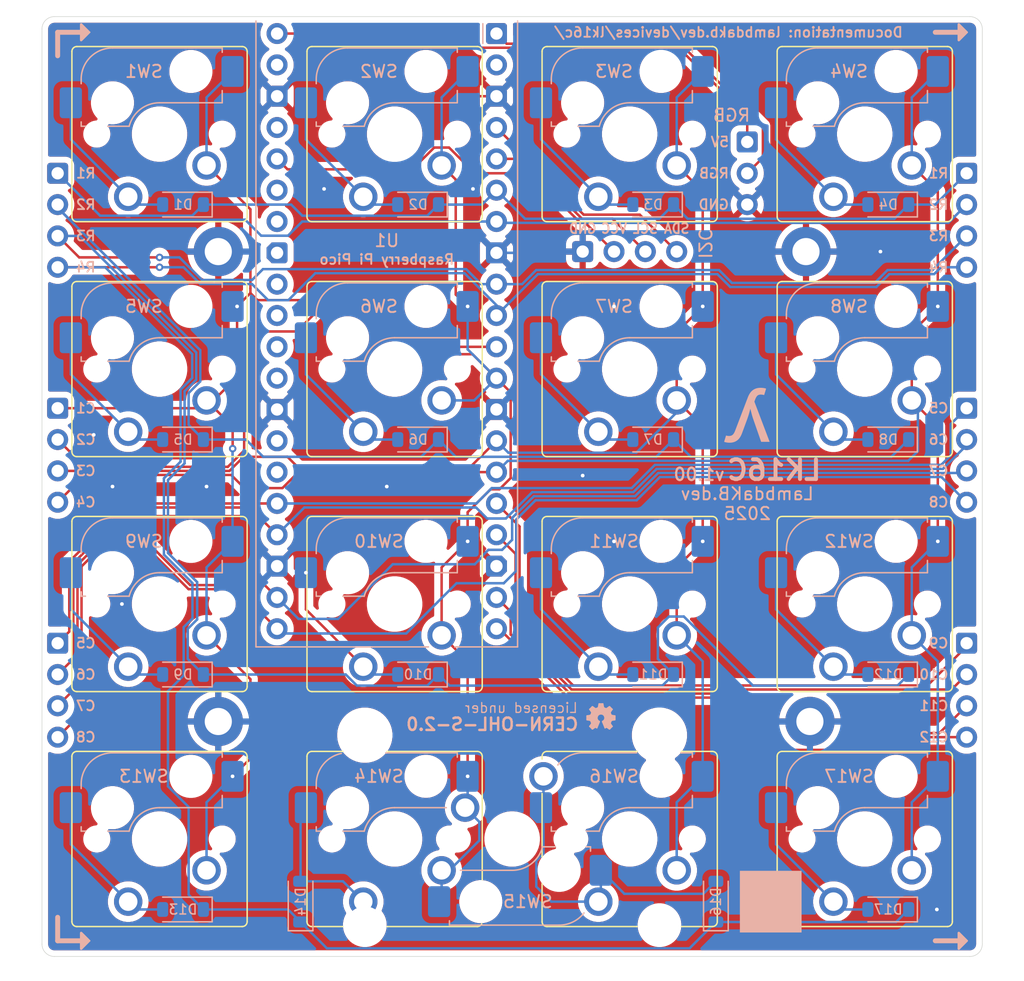
<source format=kicad_pcb>
(kicad_pcb (version 20241229) (generator "pcbnew") (generator_version "9.0")
  (title_block (title "LK16C") (date "2025-05-13") (rev "v1.00") (company "LambdaKB.dev") (comment 1 "https://lambdakb.dev/"))
  (layers (0 "F.Cu" signal) (2 "B.Cu" signal) (13 "F.Paste" user) (15 "B.Paste" user) (5 "F.SilkS" user "F.Silkscreen") (7 "B.SilkS" user "B.Silkscreen") (1 "F.Mask" user) (3 "B.Mask" user) (25 "Edge.Cuts" user))
  (net 0 "")
  (net 1 "/ROW1")
  (net 2 "Net-(D1-A)")
  (net 3 "Net-(D2-A)")
  (net 4 "Net-(D3-A)")
  (net 5 "Net-(D4-A)")
  (net 6 "/ROW2")
  (net 7 "Net-(D5-A)")
  (net 8 "Net-(D6-A)")
  (net 9 "Net-(D7-A)")
  (net 10 "Net-(D8-A)")
  (net 11 "/ROW3")
  (net 12 "Net-(D9-A)")
  (net 13 "Net-(D10-A)")
  (net 14 "/ROW4")
  (net 15 "Net-(D11-A)")
  (net 16 "Net-(D12-A)")
  (net 17 "Net-(D13-A)")
  (net 18 "Net-(D14-A)")
  (net 19 "Net-(D16-A)")
  (net 20 "/COL1")
  (net 21 "/COL2")
  (net 22 "/COL3")
  (net 23 "/COL4")
  (net 24 "Net-(D17-A)")
  (net 25 "/COL7")
  (net 26 "/COL5")
  (net 27 "/COL6")
  (net 28 "/COL8")
  (net 29 "/COL12")
  (net 30 "/COL9")
  (net 31 "/COL11")
  (net 32 "/COL10")
  (net 41 "+3.3V")
  (net 42 "/SDA")
  (net 43 "/SCL")
  (net 44 "GND")
  (net 45 "+5V")
  (net 46 "/LED_IO")
  (footprint "LKBD_StabMX:Stabilizer_MX_2U" (layer "F.Cu") (at 66.675 95.25 180)
    (property "Reference" "S15" (hide yes))
    (property "Value" "MX_stab")
  )
  (footprint "LKBD_MountingHole:MountingHole_M2" (layer "F.Cu") (at 42.8625 47.625)
    (property "Reference" "H1" (hide yes))
    (property "Value" "MountingHole_Pad" (hide yes))
  )
  (footprint "LKBD_MountingHole:MountingHole_M2" (layer "F.Cu") (at 90.4875 47.625)
    (property "Reference" "H2" (hide yes))
    (property "Value" "MountingHole_Pad" (hide yes))
  )
  (footprint "LKBD_MountingHole:MountingHole_M2" (layer "F.Cu") (at 42.8625 85.725)
    (property "Reference" "H3" (hide yes))
    (property "Value" "MountingHole_Pad" (hide yes))
  )
  (footprint "LKBD_MountingHole:MountingHole_M2" (layer "F.Cu") (at 90.805 85.725)
    (property "Reference" "H4" (hide yes))
    (property "Value" "MountingHole_Pad" (hide yes))
  )
  (footprint "LKBD_PCBFab:JLCPCB_2DBarcode_5x5mm" (layer "B.Cu") (at 87.63 100.33 180)
    (property "Reference" "TXT1" (hide yes))
    (property "Value" "JLCPCB_2DBarcode_5x5mm")
  )
  (footprint "LKBD_KeySwitch:SW_MX_Slim_HotSwap_THT_sqSilk" (layer "B.Cu") (at 95.25 95.25 180)
    (property "Reference" "SW17")
    (property "Value" "SW_Push")
  )
  (footprint "LKBD_KeySwitch:SW_MX_Slim_HotSwap_THT_sqSilk" (layer "B.Cu") (at 95.25 57.15 180)
    (property "Reference" "SW8")
    (property "Value" "SW_Push")
  )
  (footprint "LKBD_KeySwitch:SW_MX_Slim_HotSwap_THT_sqSilk" (layer "B.Cu") (at 38.1 95.25 180)
    (property "Reference" "SW13")
    (property "Value" "SW_Push")
  )
  (footprint "LKBD_KeySwitch:SW_MX_Slim_HotSwap_THT_sqSilk" (layer "B.Cu") (at 76.2 57.15 180)
    (property "Reference" "SW7")
    (property "Value" "SW_Push")
  )
  (footprint "LKBD_KeySwitch:SW_MX_Slim_HotSwap_THT_sqSilk" (layer "B.Cu") (at 76.2 76.2 180)
    (property "Reference" "SW11")
    (property "Value" "SW_Push")
  )
  (footprint "LKBD_Common:Diode_SMD_SOD-123_inSilk" (layer "B.Cu") (at 83.185 100.33 90)
    (property "Reference" "D16")
    (property "Value" "1N4148")
  )
  (footprint "LKBD_KeySwitch:SW_MX_Slim_HotSwap_THT_sqSilk" (layer "B.Cu") (at 38.1 38.1 180)
    (property "Reference" "SW1")
    (property "Value" "SW_Push")
  )
  (footprint "LKBD_Connector:PinHeader_1x04_THT_P2.54mm_nSilk" (layer "B.Cu") (at 103.505 60.325 180)
    (property "Reference" "J7" (hide yes))
    (property "Value" "Conn_01x04")
  )
  (footprint "LKBD_Common:Diode_SMD_SOD-123_inSilk" (layer "B.Cu") (at 40.005 43.815 180)
    (property "Reference" "D1")
    (property "Value" "1N4148")
  )
  (footprint "LKBD_KeySwitch:SW_MX_Slim_HotSwap_THT_sqSilk" (layer "B.Cu") (at 95.25 76.2 180)
    (property "Reference" "SW12")
    (property "Value" "SW_Push")
  )
  (footprint "LKBD_Common:Diode_SMD_SOD-123_inSilk" (layer "B.Cu") (at 59.055 81.915 180)
    (property "Reference" "D10")
    (property "Value" "1N4148")
  )
  (footprint "LKBD_Common:Diode_SMD_SOD-123_inSilk" (layer "B.Cu") (at 97.155 62.865 180)
    (property "Reference" "D8")
    (property "Value" "1N4148")
  )
  (footprint "LKBD_Common:Diode_SMD_SOD-123_inSilk" (layer "B.Cu") (at 59.055 62.865 180)
    (property "Reference" "D6")
    (property "Value" "1N4148")
  )
  (footprint "LKBD_KeySwitch:SW_MX_Slim_HotSwap_THT_sqSilk" (layer "B.Cu") (at 57.15 76.2 180)
    (property "Reference" "SW10")
    (property "Value" "SW_Push")
  )
  (footprint "LKBD_Connector:PinHeader_1x03_THT_P2.54mm_nSilk" (layer "B.Cu") (at 85.725 38.735 180)
    (property "Reference" "J1" (hide yes))
    (property "Value" "Conn_01x03")
  )
  (footprint "LKBD_KeySwitch:SW_MX_Slim_HotSwap_THT_sqSilk" (layer "B.Cu") (at 66.675 95.25)
    (property "Reference" "SW15")
    (property "Value" "SW_Push")
  )
  (footprint "LKBD_Common:Diode_SMD_SOD-123_inSilk" (layer "B.Cu") (at 40.005 81.915 180)
    (property "Reference" "D9")
    (property "Value" "1N4148")
  )
  (footprint "LKBD_KeySwitch:SW_MX_Slim_HotSwap_THT_sqSilk" (layer "B.Cu") (at 76.2 95.25 180)
    (property "Reference" "SW16")
    (property "Value" "SW_Push")
  )
  (footprint "LKBD_Connector:PinHeader_1x04_THT_P2.54mm_nSilk" (layer "B.Cu") (at 72.39 47.625 -90)
    (property "Reference" "J9" (hide yes))
    (property "Value" "Conn_01x04")
  )
  (footprint "LKBD_Common:Diode_SMD_SOD-123_inSilk" (layer "B.Cu") (at 78.105 43.815 180)
    (property "Reference" "D3")
    (property "Value" "1N4148")
  )
  (footprint "LKBD_Common:Diode_SMD_SOD-123_inSilk" (layer "B.Cu") (at 49.53 100.33 90)
    (property "Reference" "D14")
    (property "Value" "1N4148")
  )
  (footprint "LKBD_KeySwitch:SW_MX_Slim_HotSwap_THT_sqSilk" (layer "B.Cu") (at 76.2 38.1 180)
    (property "Reference" "SW3")
    (property "Value" "SW_Push")
  )
  (footprint "LKBD_Connector:PinHeader_1x04_THT_P2.54mm_nSilk" (layer "B.Cu") (at 29.845 41.275 180)
    (property "Reference" "J3" (hide yes))
    (property "Value" "Conn_01x04")
  )
  (footprint "LKBD_Connector:PinHeader_1x04_THT_P2.54mm_nSilk" (layer "B.Cu") (at 103.505 79.375 180)
    (property "Reference" "J8" (hide yes))
    (property "Value" "Conn_01x04")
  )
  (footprint "LKBD_Common:Diode_SMD_SOD-123_inSilk" (layer "B.Cu") (at 78.105 81.915 180)
    (property "Reference" "D11")
    (property "Value" "1N4148")
  )
  (footprint "LKBD_Common:Diode_SMD_SOD-123_inSilk" (layer "B.Cu") (at 97.155 81.915 180)
    (property "Reference" "D12")
    (property "Value" "1N4148")
  )
  (footprint "LKBD_KeySwitch:SW_MX_Slim_HotSwap_THT_sqSilk" (layer "B.Cu") (at 57.15 57.15 180)
    (property "Reference" "SW6")
    (property "Value" "SW_Push")
  )
  (footprint "LKBD_Common:Diode_SMD_SOD-123_inSilk" (layer "B.Cu") (at 40.005 62.865 180)
    (property "Reference" "D5")
    (property "Value" "1N4148")
  )
  (footprint "LKBD_KeySwitch:SW_MX_Slim_HotSwap_THT_sqSilk" (layer "B.Cu") (at 95.25 38.1 180)
    (property "Reference" "SW4")
    (property "Value" "SW_Push")
  )
  (footprint "LKBD_KeySwitch:SW_MX_Slim_HotSwap_THT_sqSilk" (layer "B.Cu") (at 38.1 76.2 180)
    (property "Reference" "SW9")
    (property "Value" "SW_Push")
  )
  (footprint "LKBD_Common:Diode_SMD_SOD-123_inSilk" (layer "B.Cu") (at 59.055 43.815 180)
    (property "Reference" "D2")
    (property "Value" "1N4148")
  )
  (footprint "LKBD_Common:Diode_SMD_SOD-123_inSilk" (layer "B.Cu") (at 97.155 43.815 180)
    (property "Reference" "D4")
    (property "Value" "1N4148")
  )
  (footprint "LKBD_MCU:MCU_RaspberryPi_Pico_THT" (layer "B.Cu") (at 56.515 29.9466 180)
    (property "Reference" "U1")
    (property "Value" "RaspberryPi_Pico")
  )
  (footprint "LKBD_KeySwitch:SW_MX_Slim_HotSwap_THT_sqSilk" (layer "B.Cu") (at 57.15 95.25 180)
    (property "Reference" "SW14")
    (property "Value" "SW_Push")
  )
  (footprint "LKBD_KeySwitch:SW_MX_Slim_HotSwap_THT_sqSilk" (layer "B.Cu") (at 57.15 38.1 180)
    (property "Reference" "SW2")
    (property "Value" "SW_Push")
  )
  (footprint "LKBD_Common:Diode_SMD_SOD-123_inSilk" (layer "B.Cu") (at 78.105 62.865 180)
    (property "Reference" "D7")
    (property "Value" "1N4148")
  )
  (footprint "LKBD_Connector:PinHeader_1x04_THT_P2.54mm_nSilk" (layer "B.Cu") (at 29.845 60.325 180)
    (property "Reference" "J5" (hide yes))
    (property "Value" "Conn_01x04")
  )
  (footprint "LKBD_Connector:PinHeader_1x04_THT_P2.54mm_nSilk" (layer "B.Cu") (at 29.845 79.375 180)
    (property "Reference" "J6" (hide yes))
    (property "Value" "Conn_01x04")
  )
  (footprint "LKBD_Connector:PinHeader_1x04_THT_P2.54mm_nSilk" (layer "B.Cu") (at 103.505 41.275 180)
    (property "Reference" "J2" (hide yes))
    (property "Value" "Conn_01x04")
  )
  (footprint "LKBD_Common:Diode_SMD_SOD-123_inSilk" (layer "B.Cu") (at 40.005 100.965 180)
    (property "Reference" "D13")
    (property "Value" "1N4148")
  )
  (footprint "LKBD_Common:Diode_SMD_SOD-123_inSilk" (layer "B.Cu") (at 97.155 100.965 180)
    (property "Reference" "D17")
    (property "Value" "1N4148")
  )
  (footprint "LKBD_KeySwitch:SW_MX_Slim_HotSwap_THT_sqSilk" (layer "B.Cu") (at 38.1 57.15 180)
    (property "Reference" "SW5")
    (property "Value" "SW_Push")
  )
  (gr_curve (pts (xy 73.872455 85.112498) (xy 74.013505 85.112498) (xy 74.137644 85.205553) (xy 74.177207 85.34094)) (stroke (width 0.1)) (layer "B.SilkS"))
  (gr_line (start 74.622935 85.864045) (end 74.707847 85.651812) (stroke (width 0.1)) (layer "B.SilkS"))
  (gr_line (start 73.430951 84.687395) (end 73.189942 84.521926) (stroke (width 0.1)) (layer "B.SilkS"))
  (gr_line (start 74.616404 84.98293) (end 74.778939 84.745991) (stroke (width 0.1)) (layer "B.SilkS"))
  (gr_line (start 74.574279 86.333187) (end 74.777329 86.130234) (stroke (width 0.1)) (layer "B.SilkS"))
  (gr_line (start 72.748817 85.586874) (end 73.02097 85.637518) (stroke (width 0.1)) (layer "B.SilkS"))
  (gr_line (start 73.02097 85.637518) (end 73.037062 85.651812) (stroke (width 0.1)) (layer "B.SilkS"))
  (gr_line (start 73.529976 86.234462) (end 73.539341 86.235143) (stroke (width 0.1)) (layer "B.SilkS"))
  (gr_line (start 74.717124 85.218166) (end 74.700558 85.203966) (stroke (width 0.1)) (layer "B.SilkS"))
  (gr_line (start 74.016057 84.29256) (end 73.728853 84.29256) (stroke (width 0.1)) (layer "B.SilkS"))
  (gr_line (start 73.027778 85.218166) (end 72.748904 85.27004) (stroke (width 0.1)) (layer "B.SilkS"))
  (gr_poly (pts (xy 103.505 103.505) (xy 102.87 102.87) (xy 102.87 104.14)) (stroke (width 0.2)) (fill yes) (layer "B.SilkS"))
  (gr_line (start 73.660318 84.593396) (end 73.646118 84.609773) (stroke (width 0.1)) (layer "B.SilkS"))
  (gr_line (start 74.084593 84.593396) (end 74.030919 84.304961) (stroke (width 0.1)) (layer "B.SilkS"))
  (gr_poly (pts (xy 73.728206 84.292577) (xy 73.727562 84.292625) (xy 73.726921 84.292704) (xy 73.726285 84.292813) (xy 73.725654 84.292952) (xy 73.725029 84.29312) (xy 73.724411 84.293316) (xy 73.723802 84.293538) (xy 73.723201 84.293787) (xy 73.722611 84.294061) (xy 73.721463 84.294682) (xy 73.720366 84.295395) (xy 73.719327 84.296193) (xy 73.718354 84.29707) (xy 73.717454 84.298019) (xy 73.716633 84.299034) (xy 73.7159 84.300108) (xy 73.715569 84.300665) (xy 73.715262 84.301235) (xy 73.714981 84.301816) (xy 73.714727 84.302408) (xy 73.714499 84.30301) (xy 73.7143 84.303621) (xy 73.714131 84.30424) (xy 73.713991 84.304866) (xy 73.660318 84.593396) (xy 73.659938 84.594774) (xy 73.659479 84.596117) (xy 73.658944 84.597424) (xy 73.658335 84.598691) (xy 73.657653 84.599916) (xy 73.656902 84.601095) (xy 73.656085 84.602226) (xy 73.655203 84.603306) (xy 73.654258 84.604332) (xy 73.653255 84.605302) (xy 73.652194 84.606212) (xy 73.651078 84.60706) (xy 73.64991 84.607843) (xy 73.648693 84.608558) (xy 73.647428 84.609202) (xy 73.646118 84.609773) (xy 73.452723 84.68891) (xy 73.451385 84.689438) (xy 73.450026 84.689881) (xy 73.448651 84.690241) (xy 73.447262 84.690517) (xy 73.445865 84.690709) (xy 73.444461 84.690819) (xy 73.443057 84.690845) (xy 73.441654 84.690789) (xy 73.440257 84.69065) (xy 73.438869 84.690429) (xy 73.437494 84.690127) (xy 73.436137 84.689743) (xy 73.4348 84.689277) (xy 73.433488 84.688731) (xy 73.432203 84.688103) (xy 73.430951 84.687395) (xy 73.189942 84.521926) (xy 73.189366 84.52158) (xy 73.18878 84.52126) (xy 73.187583 84.520701) (xy 73.186356 84.520249) (xy 73.185106 84.519904) (xy 73.18384 84.519664) (xy 73.182563 84.51953) (xy 73.181284 84.5195) (xy 73.180008 84.519573) (xy 73.178742 84.51975) (xy 73.177493 84.520029) (xy 73.176268 84.52041) (xy 73.175073 84.520892) (xy 73.173914 84.521475) (xy 73.172799 84.522158) (xy 73.171733 84.522939) (xy 73.171222 84.523367) (xy 73.170725 84.52382) (xy 72.96777 84.726775) (xy 72.96732 84.727239) (xy 72.966895 84.727724) (xy 72.966495 84.728229) (xy 72.966119 84.728754) (xy 72.965768 84.729296) (xy 72.965442 84.729854) (xy 72.965141 84.730428) (xy 72.964864 84.731015) (xy 72.964613 84.731616) (xy 72.964386 84.732227) (xy 72.964009 84.733479) (xy 72.963732 84.734761) (xy 72.963557 84.736064) (xy 72.963484 84.737376) (xy 72.963513 84.738688) (xy 72.963646 84.73999) (xy 72.963882 84.741272) (xy 72.964039 84.741902) (xy 72.964223 84.742523) (xy 72.964432 84.743133) (xy 72.964668 84.743733) (xy 72.96493 84.74432) (xy 72.965219 84.744893) (xy 72.965534 84.74545) (xy 72.965876 84.745991) (xy 73.128505 84.98293) (xy 73.129203 84.984169) (xy 73.12982 84.985439) (xy 73.130356 84.986737) (xy 73.130811 84.988059) (xy 73.131183 84.989401) (xy 73.131474 84.99076) (xy 73.131683 84.992132) (xy 73.131809 84.993512) (xy 73.131853 84.994898) (xy 73.131813 84.996285) (xy 73.131691 84.997669) (xy 73.131485 84.999047) (xy 73.131196 85.000415) (xy 73.130823 85.001768) (xy 73.130366 85.003104) (xy 73.129824 85.004419) (xy 73.044345 85.203966) (xy 73.043753 85.205274) (xy 73.04309 85.206537) (xy 73.042357 85.207753) (xy 73.041557 85.208918) (xy 73.040694 85.210032) (xy 73.03977 85.211091) (xy 73.038788 85.212093) (xy 73.03775 85.213036) (xy 73.036659 85.213917) (xy 73.035519 85.214735) (xy 73.034331 85.215486) (xy 73.033098 85.216168) (xy 73.031824 85.21678) (xy 73.030511 85.217318) (xy 73.029161 85.217781) (xy 73.027778 85.218166) (xy 72.748904 85.27004) (xy 72.748817 85.27004) (xy 72.74819 85.270171) (xy 72.747571 85.270334) (xy 72.74696 85.270526) (xy 72.746358 85.270748) (xy 72.745767 85.270998) (xy 72.745185 85.271276) (xy 72.744616 85.27158) (xy 72.744059 85.271909) (xy 72.743514 85.272262) (xy 72.742984 85.27264) (xy 72.742469 85.273039) (xy 72.741969 85.27346) (xy 72.741486 85.273902) (xy 72.74102 85.274363) (xy 72.740572 85.274843) (xy 72.740143 85.275341) (xy 72.739734 85.275855) (xy 72.739345 85.276384) (xy 72.738978 85.276929) (xy 72.738632 85.277487) (xy 72.73831 85.278058) (xy 72.738011 85.278641) (xy 72.737737 85.279234) (xy 72.737488 85.279838) (xy 72.737266 85.28045) (xy 72.737071 85.28107) (xy 72.736903 85.281697) (xy 72.736764 85.28233) (xy 72.736654 85.282968) (xy 72.736575 85.28361) (xy 72.736527 85.284255) (xy 72.736511 85.284902) (xy 72.736511 85.572012) (xy 72.736546 85.572683) (xy 72.736608 85.573346) (xy 72.736698 85.574002) (xy 72.736815 85.57465) (xy 72.736958 85.575289) (xy 72.737127 85.575919) (xy 72.737321 85.576538) (xy 72.737539 85.577147) (xy 72.738049 85.57833) (xy 72.738651 85.579462) (xy 72.73934 85.580539) (xy 72.740114 85.581554) (xy 72.740968 85.582504) (xy 72.741897 85.583382) (xy 72.742897 85.584185) (xy 72.743964 85.584906) (xy 72.744521 85.585234) (xy 72.745094 85.58554) (xy 72.745681 85.585823) (xy 72.746282 85.586083) (xy 72.746897 85.586319) (xy 72.747525 85.586529) (xy 72.748165 85.586714) (xy 72.748817 85.586874) (xy 73.02097 85.637518) (xy 73.022341 85.637898) (xy 73.023677 85.638358) (xy 73.024974 85.638897) (xy 73.026231 85.63951) (xy 73.027444 85.640197) (xy 73.02861 85.640953) (xy 73.029727 85.641778) (xy 73.030791 85.642667) (xy 73.0318 85.643619) (xy 73.03275 85.64463) (xy 73.033639 85.645699) (xy 73.034463 85.646822) (xy 73.035221 85.647998) (xy 73.035909 85.649223) (xy 73.036523 85.650495) (xy 73.037062 85.651812) (xy 73.122069 85.864044) (xy 73.122586 85.86538) (xy 73.123019 85.866735) (xy 73.123369 85.868107) (xy 73.123636 85.869491) (xy 73.12382 85.870883) (xy 73.123922 85.872281) (xy 73.123942 85.87368) (xy 73.12388 85.875076) (xy 73.123736 85.876467) (xy 73.123511 85.877848) (xy 73.123204 85.879215) (xy 73.122817 85.880565) (xy 73.122349 85.881895) (xy 73.121801 85.8832) (xy 73.121173 85.884477) (xy 73.120466 85.885722) (xy 72.965883 86.110923) (xy 72.965535 86.111501) (xy 72.965214 86.112089) (xy 72.964653 86.113293) (xy 72.964199 86.114525) (xy 72.963852 86.115781) (xy 72.963611 86.117054) (xy 72.963476 86.118336) (xy 72.963446 86.119621) (xy 72.963519 86.120903) (xy 72.963696 86.122175) (xy 72.963976 86.12343) (xy 72.964358 86.124661) (xy 72.964842 86.125863) (xy 72.965426 86.127027) (xy 72.966111 86.128148) (xy 72.966895 86.129219) (xy 72.967324 86.129734) (xy 72.967778 86.130234) (xy 73.170733 86.333189) (xy 73.171233 86.333636) (xy 73.171748 86.334058) (xy 73.172277 86.334455) (xy 73.172818 86.334828) (xy 73.173372 86.335177) (xy 73.173937 86.335501) (xy 73.174513 86.3358) (xy 73.175099 86.336074) (xy 73.176296 86.336547) (xy 73.177522 86.336919) (xy 73.17877 86.337191) (xy 73.180035 86.337361) (xy 73.18131 86.337429) (xy 73.182587 86.337393) (xy 73.183861 86.337255) (xy 73.185125 86.337012) (xy 73.185751 86.336851) (xy 73.186373 86.336664) (xy 73.186988 86.336451) (xy 73.187597 86.336211) (xy 73.188198 86.335945) (xy 73.188792 86.335653) (xy 73.189376 86.335333) (xy 73.18995 86.334987) (xy 73.41127 86.18315) (xy 73.412499 86.182459) (xy 73.41376 86.181854) (xy 73.41505 86.181333) (xy 73.416363 86.180899) (xy 73.417697 86.180549) (xy 73.419046 86.180286) (xy 73.420407 86.180108) (xy 73.421774 86.180016) (xy 73.423145 86.180011) (xy 73.424515 86.180092) (xy 73.42588 86.180259) (xy 73.427234 86.180513) (xy 73.428576 86.180854) (xy 73.429899 86.181282) (xy 73.4312 86.181797) (xy 73.432474 86.182399) (xy 73.529976 86.234462) (xy 73.530522 86.234739) (xy 73.53108 86.234984) (xy 73.531647 86.235199) (xy 73.532222 86.235382) (xy 73.532805 86.235535) (xy 73.533395 86.235657) (xy 73.533988 86.235747) (xy 73.534586 86.235806) (xy 73.535185 86.235834) (xy 73.535786 86.235831) (xy 73.536387 86.235795) (xy 73.536986 86.235729) (xy 73.537582 86.23563) (xy 73.538174 86.2355) (xy 73.538761 86.235337) (xy 73.539341 86.235143) (xy 73.53991 86.234918) (xy 73.540464 86.234664) (xy 73.541001 86.234383) (xy 73.541521 86.234074) (xy 73.542022 86.23374) (xy 73.542504 86.23338) (xy 73.542966 86.232996) (xy 73.543407 86.232589) (xy 73.543826 86.232159) (xy 73.544222 86.231707) (xy 73.544594 86.231235) (xy 73.544942 86.230743) (xy 73.545264 86.230231) (xy 73.54556 86.229702) (xy 73.545828 86.229156) (xy 73.546068 86.228593) (xy 73.747218 85.742497) (xy 73.747443 85.741868) (xy 73.747639 85.741234) (xy 73.747944 85.739958) (xy 73.748137 85.738674) (xy 73.748219 85.737389) (xy 73.748193 85.73611) (xy 73.74806 85.734844) (xy 73.747823 85.733597) (xy 73.747484 85.732376) (xy 73.747044 85.731187) (xy 73.746507 85.730036) (xy 73.745874 85.728932) (xy 73.745148 85.727879) (xy 73.74433 85.726885) (xy 73.743423 85.725956) (xy 73.742428 85.7251) (xy 73.741899 85.7247) (xy 73.741349 85.724322) (xy 73.716926 85.709365) (xy 73.715153 85.708216) (xy 73.713264 85.706917) (xy 73.711295 85.705496) (xy 73.709282 85.703981) (xy 73.70726 85.7024) (xy 73.705264 85.70078) (xy 73.703331 85.699148) (xy 73.701496 85.697533) (xy 73.690543 85.690212) (xy 73.679972 85.6825) (xy 73.669789 85.67441) (xy 73.66 85.665958) (xy 73.65061 85.657158) (xy 73.641623 85.648024) (xy 73.633047 85.638571) (xy 73.624886 85.628813) (xy 73.617145 85.618765) (xy 73.60983 85.608442) (xy 73.602947 85.597857) (xy 73.596501 85.587026) (xy 73.590497 85.575963) (xy 73.58494 85.564682) (xy 73.579838 85.553198) (xy 73.575193 85.541526) (xy 73.571013 85.529679) (xy 73.567303 85.517673) (xy 73.564067 85.505521) (xy 73.561312 85.493239) (xy 73.559043 85.480841) (xy 73.557265 85.468341) (xy 73.555984 85.455753) (xy 73.555205 85.443094) (xy 73.554933 85.430376) (xy 73.555175 85.417614) (xy 73.555935 85.404824) (xy 73.557219 85.392018) (xy 73.559033 85.379213) (xy 73.561381 85.366421) (xy 73.56427 85.353659) (xy 73.567704 85.34094) (xy 73.571659 85.328373) (xy 73.576097 85.316063) (xy 73.581006 85.30402) (xy 73.586373 85.292253) (xy 73.592186 85.280771) (xy 73.598433 85.269584) (xy 73.605101 85.2587) (xy 73.612177 85.248129) (xy 73.61965 85.237881) (xy 73.627508 85.227964) (xy 73.635737 85.218389) (xy 73.644325 85.209163) (xy 73.65326 85.200297) (xy 73.662529 85.1918) (xy 73.672121 85.183681) (xy 73.682022 85.175949) (xy 73.692221 85.168614) (xy 73.702705 85.161684) (xy 73.713461 85.15517) (xy 73.724477 85.149081) (xy 73.735741 85.143425) (xy 73.747241 85.138212) (xy 73.758963 85.133452) (xy 73.770896 85.129153) (xy 73.783028 85.125326) (xy 73.795345 85.121978) (xy 73.807835 85.11912) (xy 73.820487 85.116761) (xy 73.833287 85.11491) (xy 73.846223 85.113576) (xy 73.859284 85.112769) (xy 73.872455 85.112498) (xy 73.885627 85.112769) (xy 73.898687 85.113576) (xy 73.924424 85.116761) (xy 73.949566 85.121978) (xy 73.974014 85.129153) (xy 73.99767 85.138212) (xy 74.020434 85.149081) (xy 74.042206 85.161684) (xy 74.062888 85.175949) (xy 74.082381 85.1918) (xy 74.100586 85.209163) (xy 74.117403 85.227965) (xy 74.132734 85.24813) (xy 74.146478 85.269584) (xy 74.158538 85.292253) (xy 74.168814 85.316064) (xy 74.173252 85.328373) (xy 74.177207 85.34094) (xy 74.18353 85.366422) (xy 74.187691 85.392018) (xy 74.189736 85.417614) (xy 74.189706 85.443094) (xy 74.187646 85.468341) (xy 74.183599 85.493239) (xy 74.177608 85.517673) (xy 74.169717 85.541526) (xy 74.15997 85.564682) (xy 74.14841 85.587027) (xy 74.135081 85.608442) (xy 74.120025 85.628813) (xy 74.103287 85.648024) (xy 74.084911 85.665958) (xy 74.064939 85.6825) (xy 74.043415 85.697533) (xy 74.041579 85.69918) (xy 74.039646 85.700834) (xy 74.037651 85.702467) (xy 74.035629 85.704053) (xy 74.033616 85.705564) (xy 74.031647 85.706971) (xy 74.029758 85.708248) (xy 74.027985 85.709365) (xy 74.003562 85.724322) (xy 74.003009 85.724698) (xy 74.002477 85.725096) (xy 74.001966 85.725513) (xy 74.001478 85.72595) (xy 74.001011 85.726404) (xy 74.000566 85.726876) (xy 74.000144 85.727365) (xy 73.999744 85.727869) (xy 73.999368 85.728388) (xy 73.999015 85.728921) (xy 73.998685 85.729468) (xy 73.99838 85.730026) (xy 73.998098 85.730596) (xy 73.997841 85.731177) (xy 73.997609 85.731768) (xy 73.997401 85.732367) (xy 73.997219 85.732975) (xy 73.997062 85.73359) (xy 73.996931 85.734211) (xy 73.996826 85.734839) (xy 73.996747 85.73547) (xy 73.996695 85.736106) (xy 73.996669 85.736745) (xy 73.996671 85.737386) (xy 73.9967 85.738029) (xy 73.996757 85.738672) (xy 73.996841 85.739315) (xy 73.996954 85.739957) (xy 73.997095 85.740597) (xy 73.997265 85.741234) (xy 73.997464 85.741868) (xy 73.997692 85.742497) (xy 74.19885 86.228491) (xy 74.199086 86.229057) (xy 74.199351 86.229607) (xy 74.199644 86.23014) (xy 74.199964 86.230655) (xy 74.200309 86.23115) (xy 74.200679 86.231626) (xy 74.201073 86.232082) (xy 74.201491 86.232515) (xy 74.20193 86.232927) (xy 74.202391 86.233314) (xy 74.202872 86.233678) (xy 74.203373 86.234016) (xy 74.203892 86.234328) (xy 74.204429 86.234613) (xy 74.204983 86.234871) (xy 74.205552 86.235099) (xy 74.206133 86.235297) (xy 74.206721 86.235462) (xy 74.207314 86.235596) (xy 74.207911 86.235698) (xy 74.208511 86.235767) (xy 74.209113 86.235805) (xy 74.209715 86.235811) (xy 74.210316 86.235786) (xy 74.210916 86.235729) (xy 74.211511 86.235641) (xy 74.212102 86.235521) (xy 74.212687 86.23537) (xy 74.213265 86.235188) (xy 74.213834 86.234974) (xy 74.214394 86.23473) (xy 74.214942 86.234455) (xy 74.312444 86.182393) (xy 74.313716 86.181786) (xy 74.315015 86.181267) (xy 74.316336 86.180834) (xy 74.317676 86.180488) (xy 74.319029 86.180229) (xy 74.320393 86.180056) (xy 74.321762 86.17997) (xy 74.323133 86.17997) (xy 74.324501 86.180056) (xy 74.325862 86.180228) (xy 74.327212 86.180487) (xy 74.328547 86.180831) (xy 74.329862 86.18126) (xy 74.331153 86.181775) (xy 74.332417 86.182376) (xy 74.333648 86.183061) (xy 74.554968 86.334986) (xy 74.555545 86.335333) (xy 74.556132 86.335654) (xy 74.557333 86.336215) (xy 74.558563 86.33667) (xy 74.559816 86.337019) (xy 74.561086 86.337263) (xy 74.562366 86.337403) (xy 74.563649 86.337438) (xy 74.56493 86.337371) (xy 74.566201 86.337201) (xy 74.567455 86.336929) (xy 74.568687 86.336555) (xy 74.56989 86.336081) (xy 74.571058 86.335506) (xy 74.572182 86.334832) (xy 74.573259 86.334059) (xy 74.573776 86.333635) (xy 74.574279 86.333187) (xy 74.777329 86.130234) (xy 74.77778 86.129733) (xy 74.778207 86.129216) (xy 74.778608 86.128685) (xy 74.778985 86.128141) (xy 74.779336 86.127585) (xy 74.779663 86.127017) (xy 74.779965 86.126439) (xy 74.780241 86.12585) (xy 74.780492 86.125253) (xy 74.780718 86.124647) (xy 74.781094 86.123415) (xy 74.781367 86.122159) (xy 74.781538 86.120887) (xy 74.781605 86.119605) (xy 74.781568 86.118321) (xy 74.781427 86.11704) (xy 74.781317 86.116403) (xy 74.78118 86.11577) (xy 74.781017 86.11514) (xy 74.780827 86.114516) (xy 74.780611 86.113898) (xy 74.780368 86.113286) (xy 74.780098 86.112682) (xy 74.779802 86.112086) (xy 74.779478 86.1115) (xy 74.779128 86.110923) (xy 74.624545 85.885627) (xy 74.623839 85.884388) (xy 74.623214 85.883117) (xy 74.622667 85.881818) (xy 74.622201 85.880495) (xy 74.621815 85.879151) (xy 74.621509 85.877789) (xy 74.621284 85.876415) (xy 74.62114 85.87503) (xy 74.621077 85.87364) (xy 74.621095 85.872247) (xy 74.621196 85.870855) (xy 74.621378 85.869468) (xy 74.621643 85.86809) (xy 74.621991 85.866725) (xy 74.622421 85.865375) (xy 74.622935 85.864045) (xy 74.707847 85.651812) (xy 74.708393 85.650504) (xy 74.709013 85.649241) (xy 74.709706 85.648024) (xy 74.710467 85.646856) (xy 74.711294 85.64574) (xy 74.712185 85.644679) (xy 74.713136 85.643675) (xy 74.714144 85.64273) (xy 74.715207 85.641847) (xy 74.716322 85.641028) (xy 74.717486 85.640277) (xy 74.718696 85.639594) (xy 74.71995 85.638985) (xy 74.721243 85.638449) (xy 74.722574 85.637991) (xy 74.72394 85.637612) (xy 74.996093 85.58678) (xy 74.996745 85.58662) (xy 74.997386 85.586435) (xy 74.998013 85.586225) (xy 74.998628 85.585989) (xy 74.999229 85.585729) (xy 74.999816 85.585446) (xy 75.000389 85.58514) (xy 75.000946 85.584812) (xy 75.001488 85.584462) (xy 75.002013 85.584091) (xy 75.002522 85.583699) (xy 75.003013 85.583288) (xy 75.003487 85.582858) (xy 75.003942 85.58241) (xy 75.004379 85.581943) (xy 75.004796 85.58146) (xy 75.005193 85.58096) (xy 75.00557 85.580444) (xy 75.005925 85.579913) (xy 75.00626 85.579368) (xy 75.006572 85.578808) (xy 75.006861 85.578236) (xy 75.007128 85.57765) (xy 75.007371 85.577053) (xy 75.007589 85.576444) (xy 75.007783 85.575825) (xy 75.007952 85.575195) (xy 75.008095 85.574556) (xy 75.008212 85.573908) (xy 75.008302 85.573252) (xy 75.008365 85.572589) (xy 75.008399 85.571918) (xy 75.008399 85.284902) (xy 75.008383 85.284255) (xy 75.008335 85.28361) (xy 75.008256 85.282968) (xy 75.008146 85.28233) (xy 75.008007 85.281698) (xy 75.00784 85.281071) (xy 75.007644 85.280451) (xy 75.007422 85.279838) (xy 75.006899 85.278642) (xy 75.006278 85.277488) (xy 75.005565 85.276386) (xy 75.004767 85.275342) (xy 75.00389 85.274365) (xy 75.00294 85.273462) (xy 75.001926 85.272641) (xy 75.000851 85.27191) (xy 75.000294 85.271581) (xy 74.999725 85.271277) (xy 74.999143 85.270999) (xy 74.998552 85.270749) (xy 74.99795 85.270527) (xy 74.997339 85.270334) (xy 74.99672 85.270172) (xy 74.996093 85.27004) (xy 74.717124 85.218166) (xy 74.715737 85.217788) (xy 74.714384 85.217332) (xy 74.713067 85.216798) (xy 74.71179 85.21619) (xy 74.710555 85.21551) (xy 74.709364 85.21476) (xy 74.708222 85.213944) (xy 74.70713 85.213062) (xy 74.706092 85.212118) (xy 74.70511 85.211114) (xy 74.704187 85.210052) (xy 74.703327 85.208936) (xy 74.70253 85.207766) (xy 74.701802 85.206547) (xy 74.701143 85.205279) (xy 74.700558 85.203966) (xy 74.615079 85.004419) (xy 74.61454 85.003104) (xy 74.614086 85.001768) (xy 74.613715 85.000414) (xy 74.613428 84.999046) (xy 74.613224 84.997668) (xy 74.613103 84.996284) (xy 74.613065 84.994898) (xy 74.613109 84.993512) (xy 74.613235 84.992132) (xy 74.613444 84.990761) (xy 74.613734 84.989402) (xy 74.614106 84.98806) (xy 74.614559 84.986738) (xy 74.615093 84.98544) (xy 74.615708 84.984169) (xy 74.616404 84.98293) (xy 74.778939 84.745991) (xy 74.779285 84.745417) (xy 74.779604 84.744833) (xy 74.780163 84.743638) (xy 74.780616 84.742414) (xy 74.780963 84.741167) (xy 74.781206 84.739903) (xy 74.781345 84.738629) (xy 74.78138 84.737351) (xy 74.781312 84.736077) (xy 74.781142 84.734812) (xy 74.780871 84.733563) (xy 74.780498 84.732337) (xy 74.780025 84.73114) (xy 74.779452 84.729979) (xy 74.77878 84.72886) (xy 74.778009 84.72779) (xy 74.777587 84.727275) (xy 74.77714 84.726775) (xy 74.574185 84.52363) (xy 74.573684 84.523176) (xy 74.573169 84.522747) (xy 74.572639 84.522343) (xy 74.572096 84.521964) (xy 74.57154 84.52161) (xy 74.570972 84.521282) (xy 74.570394 84.520978) (xy 74.569806 84.5207) (xy 74.569208 84.520447) (xy 74.568602 84.52022) (xy 74.567989 84.520018) (xy 74.567369 84.519842) (xy 74.566113 84.519568) (xy 74.56484 84.519396) (xy 74.563557 84.51933) (xy 74.562271 84.519367) (xy 74.56163 84.519426) (xy 74.56099 84.519511) (xy 74.560352 84.519622) (xy 74.559718 84.51976) (xy 74.559089 84.519925) (xy 74.558464 84.520117) (xy 74.557846 84.520335) (xy 74.557234 84.52058) (xy 74.556631 84.520852) (xy 74.556035 84.521152) (xy 74.555449 84.521478) (xy 74.554874 84.521832) (xy 74.313864 84.687396) (xy 74.312753 84.688086) (xy 74.311558 84.688699) (xy 74.31029 84.689236) (xy 74.308959 84.689696) (xy 74.307578 84.690077) (xy 74.306157 84.690379) (xy 74.304706 84.690602) (xy 74.303238 84.690744) (xy 74.301764 84.690806) (xy 74.300293 84.690786) (xy 74.298839 84.690683) (xy 74.297411 84.690497) (xy 74.29602 84.690228) (xy 74.294679 84.689874) (xy 74.293397 84.689435) (xy 74.292186 84.68891) (xy 74.098792 84.609773) (xy 74.098172 84.609554) (xy 74.097554 84.609306) (xy 74.09694 84.60903) (xy 74.09633 84.608727) (xy 74.095126 84.608045) (xy 74.093951 84.607267) (xy 74.09281 84.606402) (xy 74.091712 84.605456) (xy 74.090662 84.60444) (xy 74.089669 84.603359) (xy 74.088739 84.602224) (xy 74.087879 84.601041) (xy 74.087097 84.599818) (xy 74.086399 84.598564) (xy 74.085792 84.597287) (xy 74.085284 84.595995) (xy 74.08507 84.595345) (xy 74.084882 84.594695) (xy 74.084723 84.594045) (xy 74.084593 84.593396) (xy 74.030919 84.304961) (xy 74.030761 84.304307) (xy 74.030576 84.303665) (xy 74.030366 84.303035) (xy 74.030131 84.302418) (xy 74.029872 84.301815) (xy 74.02959 84.301226) (xy 74.029284 84.300651) (xy 74.028956 84.300091) (xy 74.028607 84.299547) (xy 74.028237 84.299019) (xy 74.027846 84.298508) (xy 74.027435 84.298014) (xy 74.027005 84.297538) (xy 74.026557 84.29708) (xy 74.026091 84.29664) (xy 74.025608 84.29622) (xy 74.025108 84.29582) (xy 74.024593 84.29544) (xy 74.024062 84.295081) (xy 74.023516 84.294744) (xy 74.022956 84.294429) (xy 74.022383 84.294136) (xy 74.021798 84.293866) (xy 74.0212 84.293619) (xy 74.02059 84.293397) (xy 74.01997 84.293199) (xy 74.01934 84.293027) (xy 74.0187 84.29288) (xy 74.018051 84.29276) (xy 74.017394 84.292666) (xy 74.016729 84.292599) (xy 74.016057 84.29256) (xy 73.728853 84.29256)) (stroke (width -0.000001)) (fill yes) (layer "B.SilkS"))
  (gr_line (start 73.646118 84.609773) (end 73.452723 84.68891) (stroke (width 0.1)) (layer "B.SilkS"))
  (gr_curve (pts (xy 73.701496 85.697533) (xy 73.582641 85.621584) (xy 73.528141 85.476327) (xy 73.567704 85.34094)) (stroke (width 0.1)) (layer "B.SilkS"))
  (gr_line (start 74.707847 85.651812) (end 74.72394 85.637612) (stroke (width 0.1)) (layer "B.SilkS"))
  (gr_line (start 73.713991 84.304866) (end 73.660318 84.593396) (stroke (width 0.1)) (layer "B.SilkS"))
  (gr_line (start 72.748904 85.27004) (end 72.748817 85.27004) (stroke (width 0.1)) (layer "B.SilkS"))
  (gr_line (start 73.747218 85.742497) (end 73.741349 85.724322) (stroke (width 0.1)) (layer "B.SilkS"))
  (gr_line (start 75.008399 85.284902) (end 74.996093 85.27004) (stroke (width 0.1)) (layer "B.SilkS"))
  (gr_line (start 74.214942 86.234455) (end 74.312444 86.182393) (stroke (width 0.1)) (layer "B.SilkS"))
  (gr_poly (pts (xy 86.75851 58.669276) (xy 86.714225 58.671446) (xy 86.6708 58.675063) (xy 86.628234 58.680127) (xy 86.586526 58.686637) (xy 86.545678 58.694594) (xy 86.505689 58.703998) (xy 86.466558 58.714849) (xy 86.428287 58.727146) (xy 86.390875 58.740891) (xy 86.354321 58.756082) (xy 86.318627 58.772719) (xy 86.283792 58.790804) (xy 86.249815 58.810335) (xy 86.216698 58.831313) (xy 86.18444 58.853738) (xy 86.152645 58.877779) (xy 86.121641 58.903606) (xy 86.091429 58.931219) (xy 86.062007 58.960617) (xy 86.033377 58.991802) (xy 86.005538 59.024772) (xy 85.978491 59.059528) (xy 85.952235 59.09607) (xy 85.926769 59.134398) (xy 85.902095 59.174512) (xy 85.878213 59.216411) (xy 85.855121 59.260097) (xy 85.832821 59.305568) (xy 85.811312 59.352825) (xy 85.790594 59.401868) (xy 85.770667 59.452697) (xy 84.746361 62.140777) (xy 84.731374 62.178913) (xy 84.716069 62.215195) (xy 84.700449 62.249623) (xy 84.684511 62.282198) (xy 84.668258 62.312919) (xy 84.651688 62.341787) (xy 84.634801 62.3688) (xy 84.617598 62.39396) (xy 84.600079 62.417267) (xy 84.582243 62.438719) (xy 84.56409 62.458318) (xy 84.545622 62.476064) (xy 84.526837 62.491956) (xy 84.507735 62.505994) (xy 84.488317 62.518178) (xy 84.468583 62.528509) (xy 84.448407 62.537427) (xy 84.427666 62.545373) (xy 84.40636 62.552347) (xy 84.384489 62.558348) (xy 84.362053 62.563378) (xy 84.339052 62.567436) (xy 84.315486 62.570522) (xy 84.291354 62.572635) (xy 84.266657 62.573777) (xy 84.241396 62.573946) (xy 84.215569 62.573144) (xy 84.189177 62.571369) (xy 84.16222 62.568623) (xy 84.134697 62.564904) (xy 84.10661 62.560213) (xy 84.077957 62.55455) (xy 84.008513 62.53719) (xy 83.852262 63.049342) (xy 83.869081 63.055808) (xy 83.887707 63.062183) (xy 83.908143 63.068467) (xy 83.930387 63.074661) (xy 83.954439 63.080764) (xy 83.9803 63.086777) (xy 84.00797 63.0927) (xy 84.037448 63.098532) (xy 84.068147 63.103958) (xy 84.099478 63.10866) (xy 84.131443 63.112639) (xy 84.16404 63.115894) (xy 84.19727 63.118426) (xy 84.231133 63.120234) (xy 84.26563 63.121319) (xy 84.300759 63.121681) (xy 84.344501 63.120958) (xy 84.387474 63.118787) (xy 84.429678 63.115171) (xy 84.471115 63.110107) (xy 84.511782 63.103596) (xy 84.551681 63.095639) (xy 84.590812 63.086235) (xy 84.629173 63.075385) (xy 84.666767 63.063087) (xy 84.703592 63.049343) (xy 84.739648 63.034152) (xy 84.774935 63.017514) (xy 84.809454 62.99943) (xy 84.843205 62.979898) (xy 84.876186 62.95892) (xy 84.908399 62.936495) (xy 84.939471 62.912443) (xy 84.969751 62.886582) (xy 84.99924 62.858913) (xy 85.027937 62.829435) (xy 85.055844 62.798149) (xy 85.082959 62.765054) (xy 85.109283 62.730151) (xy 85.134816 62.69344) (xy 85.159558 62.65492) (xy 85.183509 62.614591) (xy 85.206668 62.572454) (xy 85.229036 62.528509) (xy 85.250613 62.482755) (xy 85.271399 62.435193) (xy 85.291394 62.385822) (xy 85.310597 62.334643) (xy 85.72437 61.211957) (xy 85.762347 61.103993) (xy 85.798154 60.997113) (xy 85.831791 60.891319) (xy 85.863258 60.78661) (xy 85.893279 60.682443) (xy 85.922576 60.578276) (xy 85.951149 60.474109) (xy 85.979 60.369943) (xy 86.031806 60.579) (xy 86.086059 60.789503) (xy 86.099442 60.841677) (xy 86.113548 60.894032) (xy 86.128377 60.946567) (xy 86.14393 60.999283) (xy 86.160206 61.052181) (xy 86.177205 61.105259) (xy 86.194928 61.158517) (xy 86.213374 61.211957) (xy 86.852842 63.049342) (xy 87.541501 63.049342) (xy 86.305967 59.791239) (xy 86.360944 59.637882) (xy 86.374869 59.599769) (xy 86.389156 59.563555) (xy 86.403804 59.529239) (xy 86.418814 59.496823) (xy 86.434186 59.466305) (xy 86.44992 59.437687) (xy 86.466015 59.410967) (xy 86.482472 59.386146) (xy 86.49929 59.363224) (xy 86.516471 59.3422) (xy 86.534013 59.323076) (xy 86.551916 59.30585) (xy 86.570182 59.290524) (xy 86.588809 59.277096) (xy 86.607798 59.265567) (xy 86.627148 59.255937) (xy 86.647052 59.247754) (xy 86.667702 59.240565) (xy 86.689099 59.234372) (xy 86.711241 59.229172) (xy 86.734129 59.224968) (xy 86.757763 59.221758) (xy 86.782143 59.219542) (xy 86.80727 59.218322) (xy 86.833142 59.218096) (xy 86.85976 59.218864) (xy 86.887124 59.220627) (xy 86.915234 59.223385) (xy 86.94409 59.227138) (xy 86.973692 59.231885) (xy 87.00404 59.237627) (xy 87.035134 59.244363) (xy 87.098792 59.255937) (xy 87.255043 58.737997) (xy 87.246848 58.734414) (xy 87.238179 58.730899) (xy 87.229035 58.727452) (xy 87.219416 58.724072) (xy 87.198755 58.717516) (xy 87.176194 58.711232) (xy 87.151735 58.705219) (xy 87.125377 58.699477) (xy 87.09712 58.694006) (xy 87.066964 58.688807) (xy 87.035 58.68406) (xy 87.002764 58.679946) (xy 86.970257 58.676465) (xy 86.937479 58.673616) (xy 86.904429 58.671401) (xy 86.871108 58.669819) (xy 86.837516 58.668869) (xy 86.803653 58.668553)) (fill yes) (layer "B.SilkS"))
  (gr_line (start 72.736511 85.284902) (end 72.736511 85.572012) (stroke (width 0.1)) (layer "B.SilkS"))
  (gr_line (start 73.120466 85.885722) (end 72.965883 86.110923) (stroke (width 0.1)) (layer "B.SilkS"))
  (gr_line (start 73.122069 85.864044) (end 73.120466 85.885722) (stroke (width 0.1)) (layer "B.SilkS"))
  (gr_line (start 74.205552 86.235099) (end 74.214942 86.234455) (stroke (width 0.1)) (layer "B.SilkS"))
  (gr_line (start 73.539341 86.235143) (end 73.546068 86.228593) (stroke (width 0.1)) (layer "B.SilkS"))
  (gr_curve (pts (xy 74.177207 85.34094) (xy 74.216769 85.476327) (xy 74.16227 85.621584) (xy 74.043415 85.697533)) (stroke (width 0.1)) (layer "B.SilkS"))
  (gr_line (start 74.313864 84.687396) (end 74.292186 84.68891) (stroke (width 0.1)) (layer "B.SilkS"))
  (gr_line (start 74.996093 85.27004) (end 74.717124 85.218166) (stroke (width 0.1)) (layer "B.SilkS"))
  (gr_line (start 74.624545 85.885627) (end 74.622935 85.864045) (stroke (width 0.1)) (layer "B.SilkS"))
  (gr_line (start 72.965876 84.745991) (end 73.128505 84.98293) (stroke (width 0.1)) (layer "B.SilkS"))
  (gr_line (start 75.008399 85.571918) (end 75.008399 85.284902) (stroke (width 0.1)) (layer "B.SilkS"))
  (gr_line (start 72.96777 84.726775) (end 72.965876 84.745991) (stroke (width 0.1)) (layer "B.SilkS"))
  (gr_poly (pts (xy 103.505 29.845) (xy 102.87 29.21) (xy 102.87 30.48)) (stroke (width 0.2)) (fill yes) (layer "B.SilkS"))
  (gr_curve (pts (xy 73.567704 85.34094) (xy 73.607267 85.205553) (xy 73.731406 85.112498) (xy 73.872455 85.112498)) (stroke (width 0.1)) (layer "B.SilkS"))
  (gr_line (start 29.845 29.845) (end 31.75 29.845) (stroke (width 0.4)) (layer "B.SilkS"))
  (gr_line (start 29.845 29.845) (end 29.845 31.75) (stroke (width 0.4)) (layer "B.SilkS"))
  (gr_line (start 100.965 103.505) (end 102.87 103.505) (stroke (width 0.4)) (layer "B.SilkS"))
  (gr_line (start 72.736511 85.572012) (end 72.748817 85.586874) (stroke (width 0.1)) (layer "B.SilkS"))
  (gr_line (start 73.128505 84.98293) (end 73.129824 85.004419) (stroke (width 0.1)) (layer "B.SilkS"))
  (gr_line (start 73.037062 85.651812) (end 73.122069 85.864044) (stroke (width 0.1)) (layer "B.SilkS"))
  (gr_line (start 74.554968 86.334986) (end 74.574279 86.333187) (stroke (width 0.1)) (layer "B.SilkS"))
  (gr_line (start 74.574185 84.52363) (end 74.554874 84.521832) (stroke (width 0.1)) (layer "B.SilkS"))
  (gr_line (start 72.967778 86.130234) (end 73.170733 86.333189) (stroke (width 0.1)) (layer "B.SilkS"))
  (gr_line (start 74.700558 85.203966) (end 74.615079 85.004419) (stroke (width 0.1)) (layer "B.SilkS"))
  (gr_line (start 73.432474 86.182399) (end 73.529976 86.234462) (stroke (width 0.1)) (layer "B.SilkS"))
  (gr_line (start 73.170733 86.333189) (end 73.18995 86.334987) (stroke (width 0.1)) (layer "B.SilkS"))
  (gr_line (start 29.845 101.6) (end 29.845 103.505) (stroke (width 0.4)) (layer "B.SilkS"))
  (gr_line (start 74.030919 84.304961) (end 74.016057 84.29256) (stroke (width 0.1)) (layer "B.SilkS"))
  (gr_line (start 29.845 103.505) (end 31.75 103.505) (stroke (width 0.4)) (layer "B.SilkS"))
  (gr_line (start 100.965 29.845) (end 102.87 29.845) (stroke (width 0.4)) (layer "B.SilkS"))
  (gr_line (start 74.003562 85.724322) (end 73.997692 85.742497) (stroke (width 0.1)) (layer "B.SilkS"))
  (gr_line (start 74.779128 86.110923) (end 74.624545 85.885627) (stroke (width 0.1)) (layer "B.SilkS"))
  (gr_line (start 74.778939 84.745991) (end 74.77714 84.726775) (stroke (width 0.1)) (layer "B.SilkS"))
  (gr_line (start 73.716926 85.709365) (end 73.701496 85.697533) (stroke (width 0.1)) (layer "B.SilkS"))
  (gr_line (start 73.546068 86.228593) (end 73.747218 85.742497) (stroke (width 0.1)) (layer "B.SilkS"))
  (gr_line (start 73.189942 84.521926) (end 73.170725 84.52382) (stroke (width 0.1)) (layer "B.SilkS"))
  (gr_line (start 73.129824 85.004419) (end 73.044345 85.203966) (stroke (width 0.1)) (layer "B.SilkS"))
  (gr_line (start 74.043415 85.697533) (end 74.027985 85.709365) (stroke (width 0.1)) (layer "B.SilkS"))
  (gr_line (start 74.19885 86.228491) (end 74.205552 86.235099) (stroke (width 0.1)) (layer "B.SilkS"))
  (gr_line (start 73.41127 86.18315) (end 73.432474 86.182399) (stroke (width 0.1)) (layer "B.SilkS"))
  (gr_line (start 74.777329 86.130234) (end 74.779128 86.110923) (stroke (width 0.1)) (layer "B.SilkS"))
  (gr_line (start 74.312444 86.182393) (end 74.333648 86.183061) (stroke (width 0.1)) (layer "B.SilkS"))
  (gr_line (start 74.333648 86.183061) (end 74.554968 86.334986) (stroke (width 0.1)) (layer "B.SilkS"))
  (gr_line (start 73.741349 85.724322) (end 73.716926 85.709365) (stroke (width 0.1)) (layer "B.SilkS"))
  (gr_line (start 74.996093 85.58678) (end 75.008399 85.571918) (stroke (width 0.1)) (layer "B.SilkS"))
  (gr_line (start 73.18995 86.334987) (end 73.41127 86.18315) (stroke (width 0.1)) (layer "B.SilkS"))
  (gr_line (start 74.098792 84.609773) (end 74.084593 84.593396) (stroke (width 0.1)) (layer "B.SilkS"))
  (gr_line (start 73.997692 85.742497) (end 74.19885 86.228491) (stroke (width 0.1)) (layer "B.SilkS"))
  (gr_poly (pts (xy 32.385 103.505) (xy 31.75 102.87) (xy 31.75 104.14)) (stroke (width 0.2)) (fill yes) (layer "B.SilkS"))
  (gr_line (start 72.965883 86.110923) (end 72.967778 86.130234) (stroke (width 0.1)) (layer "B.SilkS"))
  (gr_line (start 73.044345 85.203966) (end 73.027778 85.218166) (stroke (width 0.1)) (layer "B.SilkS"))
  (gr_line (start 74.027985 85.709365) (end 74.003562 85.724322) (stroke (width 0.1)) (layer "B.SilkS"))
  (gr_line (start 74.615079 85.004419) (end 74.616404 84.98293) (stroke (width 0.1)) (layer "B.SilkS"))
  (gr_line (start 73.170725 84.52382) (end 72.96777 84.726775) (stroke (width 0.1)) (layer "B.SilkS"))
  (gr_line (start 74.554874 84.521832) (end 74.313864 84.687396) (stroke (width 0.1)) (layer "B.SilkS"))
  (gr_line (start 74.77714 84.726775) (end 74.574185 84.52363) (stroke (width 0.1)) (layer "B.SilkS"))
  (gr_poly (pts (xy 32.385 29.845) (xy 31.75 29.21) (xy 31.75 30.48)) (stroke (width 0.2)) (fill yes) (layer "B.SilkS"))
  (gr_line (start 74.72394 85.637612) (end 74.996093 85.58678) (stroke (width 0.1)) (layer "B.SilkS"))
  (gr_line (start 72.748817 85.27004) (end 72.736511 85.284902) (stroke (width 0.1)) (layer "B.SilkS"))
  (gr_line (start 73.452723 84.68891) (end 73.430951 84.687395) (stroke (width 0.1)) (layer "B.SilkS"))
  (gr_line (start 74.292186 84.68891) (end 74.098792 84.609773) (stroke (width 0.1)) (layer "B.SilkS"))
  (gr_line (start 73.728853 84.29256) (end 73.713991 84.304866) (stroke (width 0.1)) (layer "B.SilkS"))
  (gr_arc (start 104.775 103.775) (mid 104.482107 104.482107) (end 103.775 104.775) (stroke (width 0.05)) (layer "Edge.Cuts"))
  (gr_line (start 103.775 104.775) (end 29.575 104.775) (stroke (width 0.05)) (layer "Edge.Cuts"))
  (gr_line (start 28.575 103.775) (end 28.575 29.575) (stroke (width 0.05)) (layer "Edge.Cuts"))
  (gr_arc (start 28.575 29.575) (mid 28.867893 28.867893) (end 29.575 28.575) (stroke (width 0.05)) (layer "Edge.Cuts"))
  (gr_arc (start 103.775 28.575) (mid 104.482107 28.867893) (end 104.775 29.575) (stroke (width 0.05)) (layer "Edge.Cuts"))
  (gr_line (start 104.775 29.575) (end 104.775 103.775) (stroke (width 0.05)) (layer "Edge.Cuts"))
  (gr_arc (start 29.575 104.775) (mid 28.867893 104.482107) (end 28.575 103.775) (stroke (width 0.05)) (layer "Edge.Cuts"))
  (gr_line (start 29.575 28.575) (end 103.775 28.575) (stroke (width 0.05)) (layer "Edge.Cuts"))
  (gr_text "SCL" (at 77.47 46.228 0) (layer "B.SilkS") (effects (font (size 0.8 0.72)) (justify bottom mirror)))
  (gr_text "R3" (at 102.108 46.355 0) (layer "B.SilkS") (effects (font (size 0.8 0.8)) (justify left mirror)))
  (gr_text "C3" (at 31.242 65.405 0) (layer "B.SilkS") (effects (font (size 0.8 0.8)) (justify right mirror)))
  (gr_text "I2C" (at 82.296 46.99 270) (layer "B.SilkS") (effects (font (size 1 1)) (justify mirror)))
  (gr_text "RGB" (at 84.455 36.576 0) (layer "B.SilkS") (effects (font (size 1 1)) (justify mirror)))
  (gr_text "C6" (at 102.108 62.865 0) (layer "B.SilkS") (effects (font (size 0.8 0.8)) (justify left mirror)))
  (gr_text "Raspberry Pi Pico" (at 56.515 48.26 0) (layer "B.SilkS") (effects (font (size 0.8 0.8)) (justify mirror)))
  (gr_text "C2" (at 31.242 62.865 0) (layer "B.SilkS") (effects (font (size 0.8 0.8)) (justify right mirror)))
  (gr_text "C12" (at 102.108 86.995 0) (layer "B.SilkS") (effects (font (size 0.8 0.8)) (justify left mirror)))
  (gr_text "LK16C" (at 87.905 66.275 0) (layer "B.SilkS") (effects (font (size 1.6 1.6) (thickness 0.32) (bold yes)) (justify bottom mirror)))
  (gr_text "R2" (at 31.242 43.815 0) (layer "B.SilkS") (effects (font (size 0.8 0.8)) (justify right mirror)))
  (gr_text "CERN-OHL-S-2.0" (at 72.147413 86.54 0) (layer "B.SilkS") (effects (font (size 1 1) (thickness 0.2) (bold yes)) (justify left bottom mirror)))
  (gr_text "R4" (at 31.242 48.895 0) (layer "B.SilkS") (effects (font (size 0.8 0.8)) (justify right mirror)))
  (gr_text "5V" (at 84.328 38.735 0) (layer "B.SilkS") (effects (font (size 0.8 0.8)) (justify left mirror)))
  (gr_text "C9" (at 102.108 79.375 0) (layer "B.SilkS") (effects (font (size 0.8 0.8)) (justify left mirror)))
  (gr_text "C1" (at 31.242 60.325 0) (layer "B.SilkS") (effects (font (size 0.8 0.8)) (justify right mirror)))
  (gr_text "C7" (at 31.242 84.455 0) (layer "B.SilkS") (effects (font (size 0.8 0.8)) (justify right mirror)))
  (gr_text "LambdaKB.dev\n2025" (at 85.725 66.675 0) (layer "B.SilkS") (effects (font (size 1 1)) (justify top mirror)))
  (gr_text "R2" (at 102.108 43.815 0) (layer "B.SilkS") (effects (font (size 0.8 0.8)) (justify left mirror)))
  (gr_text "Documentation: lambdakb.dev/devices/lk16c/" (at 84.201 29.845 0) (layer "B.SilkS") (effects (font (size 0.8 0.8)) (justify mirror)))
  (gr_text "GND" (at 84.328 43.815 0) (layer "B.SilkS") (effects (font (size 0.8 0.8)) (justify left mirror)))
  (gr_text "R4" (at 102.108 48.895 0) (layer "B.SilkS") (effects (font (size 0.8 0.8)) (justify left mirror)))
  (gr_text "RGB" (at 84.328 41.275 0) (layer "B.SilkS") (effects (font (size 0.8 0.8)) (justify left mirror)))
  (gr_text "C8" (at 102.108 67.945 0) (layer "B.SilkS") (effects (font (size 0.8 0.8)) (justify left mirror)))
  (gr_text "Licensed under" (at 72.047413 85.09 0) (layer "B.SilkS") (effects (font (size 0.8 0.8) (thickness 0.1)) (justify left bottom mirror)))
  (gr_text "SDA" (at 80.01 46.228 0) (layer "B.SilkS") (effects (font (size 0.8 0.72)) (justify bottom mirror)))
  (gr_text "C7" (at 102.108 65.405 0) (layer "B.SilkS") (effects (font (size 0.8 0.8)) (justify left mirror)))
  (gr_text "GND" (at 72.39 46.228 0) (layer "B.SilkS") (effects (font (size 0.8 0.72)) (justify bottom mirror)))
  (gr_text "C6" (at 31.242 81.915 0) (layer "B.SilkS") (effects (font (size 0.8 0.8)) (justify right mirror)))
  (gr_text "v1.00" (at 81.825 66.275 0) (layer "B.SilkS") (effects (font (size 1 1) (thickness 0.175) (bold yes)) (justify bottom mirror)))
  (gr_text "C5" (at 31.242 79.375 0) (layer "B.SilkS") (effects (font (size 0.8 0.8)) (justify right mirror)))
  (gr_text "R1" (at 31.242 41.275 0) (layer "B.SilkS") (effects (font (size 0.8 0.8)) (justify right mirror)))
  (gr_text "C4" (at 31.242 67.945 0) (layer "B.SilkS") (effects (font (size 0.8 0.8)) (justify right mirror)))
  (gr_text "C10" (at 102.108 81.915 0) (layer "B.SilkS") (effects (font (size 0.8 0.8)) (justify left mirror)))
  (gr_text "R3" (at 31.242 46.355 0) (layer "B.SilkS") (effects (font (size 0.8 0.8)) (justify right mirror)))
  (gr_text "C5" (at 102.108 60.325 0) (layer "B.SilkS") (effects (font (size 0.8 0.8)) (justify left mirror)))
  (gr_text "C8" (at 31.242 86.995 0) (layer "B.SilkS") (effects (font (size 0.8 0.8)) (justify right mirror)))
  (gr_text "VCC" (at 74.93 46.228 0) (layer "B.SilkS") (effects (font (size 0.8 0.72)) (justify bottom mirror)))
  (gr_text "C11" (at 102.108 84.455 0) (layer "B.SilkS") (effects (font (size 0.8 0.8)) (justify left mirror)))
  (gr_text "R1" (at 102.108 41.275 0) (layer "B.SilkS") (effects (font (size 0.8 0.8)) (justify left mirror)))
  (segment (start 79.755 43.815) (end 78.604 44.966) (width 0.2) (layer "B.Cu") (net 1))
  (segment (start 59.804 44.716) (end 60.705 43.815) (width 0.2) (layer "B.Cu") (net 1))
  (segment (start 64.2366 43.815) (end 60.705 43.815) (width 0.2) (layer "B.Cu") (net 1))
  (segment (start 100.965 43.815) (end 103.505 41.275) (width 0.2) (layer "B.Cu") (net 1))
  (segment (start 79.755 43.815) (end 80.906 44.966) (width 0.2) (layer "B.Cu") (net 1))
  (segment (start 49.669 44.716) (end 59.804 44.716) (width 0.2) (layer "B.Cu") (net 1))
  (segment (start 40.754 44.716) (end 41.655 43.815) (width 0.2) (layer "B.Cu") (net 1))
  (segment (start 33.286 44.716) (end 40.754 44.716) (width 0.2) (layer "B.Cu") (net 1))
  (segment (start 29.845 41.275) (end 33.286 44.716) (width 0.2) (layer "B.Cu") (net 1))
  (segment (start 80.906 44.966) (end 97.654 44.966) (width 0.2) (layer "B.Cu") (net 1))
  (segment (start 97.654 44.966) (end 98.805 43.815) (width 0.2) (layer "B.Cu") (net 1))
  (segment (start 78.604 44.966) (end 67.7244 44.966) (width 0.2) (layer "B.Cu") (net 1))
  (segment (start 98.805 43.815) (end 100.965 43.815) (width 0.2) (layer "B.Cu") (net 1))
  (segment (start 67.7244 44.966) (end 65.405 42.6466) (width 0.2) (layer "B.Cu") (net 1))
  (segment (start 41.655 43.815) (end 48.768 43.815) (width 0.2) (layer "B.Cu") (net 1))
  (segment (start 65.405 42.6466) (end 64.2366 43.815) (width 0.2) (layer "B.Cu") (net 1))
  (segment (start 48.768 43.815) (end 49.669 44.716) (width 0.2) (layer "B.Cu") (net 1))
  (segment (start 36.195001 43.815) (end 35.56 43.179999) (width 0.2) (layer "B.Cu") (net 2))
  (segment (start 38.355 43.815) (end 36.195001 43.815) (width 0.2) (layer "B.Cu") (net 2))
  (segment (start 30.9118 38.531799) (end 35.56 43.179999) (width 0.2) (layer "B.Cu") (net 2))
  (segment (start 30.9118 35.56) (end 30.9118 38.531799) (width 0.2) (layer "B.Cu") (net 2))
  (segment (start 49.9618 38.531799) (end 54.61 43.179999) (width 0.2) (layer "B.Cu") (net 3))
  (segment (start 57.405 43.815) (end 55.245001 43.815) (width 0.2) (layer "B.Cu") (net 3))
  (segment (start 49.9618 35.56) (end 49.9618 38.531799) (width 0.2) (layer "B.Cu") (net 3))
  (segment (start 55.245001 43.815) (end 54.61 43.179999) (width 0.2) (layer "B.Cu") (net 3))
  (segment (start 76.455 43.815) (end 74.295001 43.815) (width 0.2) (layer "B.Cu") (net 4))
  (segment (start 69.0118 38.531799) (end 73.66 43.179999) (width 0.2) (layer "B.Cu") (net 4))
  (segment (start 69.0118 35.56) (end 69.0118 38.531799) (width 0.2) (layer "B.Cu") (net 4))
  (segment (start 74.295001 43.815) (end 73.66 43.179999) (width 0.2) (layer "B.Cu") (net 4))
  (segment (start 93.345001 43.815) (end 92.71 43.179999) (width 0.2) (layer "B.Cu") (net 5))
  (segment (start 92.71 43.179999) (end 88.0618 38.531799) (width 0.2) (layer "B.Cu") (net 5))
  (segment (start 88.0618 38.531799) (end 88.0618 35.56) (width 0.2) (layer "B.Cu") (net 5))
  (segment (start 95.505 43.815) (end 93.345001 43.815) (width 0.2) (layer "B.Cu") (net 5))
  (segment (start 97.408 64.262) (end 98.805 62.865) (width 0.2) (layer "B.Cu") (net 6))
  (segment (start 40.459 61.669) (end 41.655 62.865) (width 0.2) (layer "B.Cu") (net 6))
  (segment (start 79.755 62.865) (end 81.152 64.262) (width 0.2) (layer "B.Cu") (net 6))
  (segment (start 59.308 64.262) (end 60.705 62.865) (width 0.2) (layer "B.Cu") (net 6))
  (segment (start 41.402 55.626) (end 41.402 58.145975) (width 0.2) (layer "B.Cu") (net 6))
  (segment (start 60.705 62.865) (end 62.102 64.262) (width 0.2) (layer "B.Cu") (net 6))
  (segment (start 103.505 43.815) (end 102.026 45.294) (width 0.2) (layer "B.Cu") (net 6))
  (segment (start 65.5124 45.294) (end 65.405 45.1866) (width 0.2) (layer "B.Cu") (net 6))
  (segment (start 45.1024 62.865) (end 46.4994 64.262) (width 0.2) (layer "B.Cu") (net 6))
  (segment (start 102.026 45.294) (end 65.5124 45.294) (width 0.2) (layer "B.Cu") (net 6))
  (segment (start 30.82 45.044) (end 29.845 44.069) (width 0.2) (layer "B.Cu") (net 6))
  (segment (start 48.514 46.3376) (end 46.3376 46.3376) (width 0.2) (layer "B.Cu") (net 6))
  (segment (start 41.655 62.865) (end 45.1024 62.865) (width 0.2) (layer "B.Cu") (net 6))
  (segment (start 29.845 44.069) (end 41.402 55.626) (width 0.2) (layer "B.Cu") (net 6))
  (segment (start 65.405 45.1866) (end 49.665 45.1866) (width 0.2) (layer "B.Cu") (net 6))
  (segment (start 49.665 45.1866) (end 48.514 46.3376) (width 0.2) (layer "B.Cu") (net 6))
  (segment (start 40.459 59.088975) (end 40.459 61.669) (width 0.2) (layer "B.Cu") (net 6))
  (segment (start 41.402 58.145975) (end 40.459 59.088975) (width 0.2) (layer "B.Cu") (net 6))
  (segment (start 78.358 64.262) (end 79.755 62.865) (width 0.2) (layer "B.Cu") (net 6))
  (segment (start 46.4994 64.262) (end 59.308 64.262) (width 0.2) (layer "B.Cu") (net 6))
  (segment (start 45.044 45.044) (end 30.82 45.044) (width 0.2) (layer "B.Cu") (net 6))
  (segment (start 29.845 43.815) (end 29.845 44.069) (width 0.2) (layer "B.Cu") (net 6))
  (segment (start 81.152 64.262) (end 97.408 64.262) (width 0.2) (layer "B.Cu") (net 6))
  (segment (start 46.3376 46.3376) (end 45.044 45.044) (width 0.2) (layer "B.Cu") (net 6))
  (segment (start 62.102 64.262) (end 78.358 64.262) (width 0.2) (layer "B.Cu") (net 6))
  (segment (start 38.355 62.865) (end 36.195001 62.865) (width 0.2) (layer "B.Cu") (net 7))
  (segment (start 30.9118 54.61) (end 30.9118 57.581799) (width 0.2) (layer "B.Cu") (net 7))
  (segment (start 36.195001 62.865) (end 35.56 62.229999) (width 0.2) (layer "B.Cu") (net 7))
  (segment (start 30.9118 57.581799) (end 35.56 62.229999) (width 0.2) (layer "B.Cu") (net 7))
  (segment (start 57.405 62.865) (end 55.245001 62.865) (width 0.2) (layer "B.Cu") (net 8))
  (segment (start 49.9618 57.5818) (end 54.61 62.229999) (width 0.2) (layer "B.Cu") (net 8))
  (segment (start 49.9618 54.61) (end 49.9618 57.5818) (width 0.2) (layer "B.Cu") (net 8))
  (segment (start 55.245001 62.865) (end 54.61 62.229999) (width 0.2) (layer "B.Cu") (net 8))
  (segment (start 69.0118 57.581799) (end 69.0118 54.61) (width 0.2) (layer "B.Cu") (net 9))
  (segment (start 74.295001 62.865) (end 73.66 62.229999) (width 0.2) (layer "B.Cu") (net 9))
  (segment (start 76.455 62.865) (end 74.295001 62.865) (width 0.2) (layer "B.Cu") (net 9))
  (segment (start 73.66 62.229999) (end 69.0118 57.581799) (width 0.2) (layer "B.Cu") (net 9))
  (segment (start 93.345001 62.865) (end 92.71 62.229999) (width 0.2) (layer "B.Cu") (net 10))
  (segment (start 88.0618 57.581799) (end 88.0618 54.61) (width 0.2) (layer "B.Cu") (net 10))
  (segment (start 92.71 62.229999) (end 88.0618 57.581799) (width 0.2) (layer "B.Cu") (net 10))
  (segment (start 95.505 62.865) (end 93.345001 62.865) (width 0.2) (layer "B.Cu") (net 10))
  (segment (start 31.584997 48.094997) (end 29.845 46.355) (width 0.2) (layer "F.Cu") (net 11))
  (segment (start 38.1 48.094997) (end 31.584997 48.094997) (width 0.2) (layer "F.Cu") (net 11))
  (via (at 38.1 48.094997) (size 0.6) (drill 0.3) (layers "F.Cu" "B.Cu") (net 11))
  (segment (start 40.513 80.773) (end 41.655 81.915) (width 0.2) (layer "B.Cu") (net 11))
  (segment (start 40.386 78.211975) (end 40.386 80.645) (width 0.2) (layer "B.Cu") (net 11))
  (segment (start 31.623 46.355) (end 41.074 55.806) (width 0.2) (layer "B.Cu") (net 11))
  (segment (start 103.505 46.355) (end 100.7364 49.1236) (width 0.2) (layer "B.Cu") (net 11))
  (segment (start 60.705 81.915) (end 59.804 82.816) (width 0.2) (layer "B.Cu") (net 11))
  (segment (start 84.483731 50.165) (end 83.442331 49.1236) (width 0.2) (layer "B.Cu") (net 11))
  (segment (start 67.481138 50.2666) (end 65.405 50.2666) (width 0.2) (layer "B.Cu") (net 11))
  (segment (start 97.904 82.816) (end 98.805 81.915) (width 0.2) (layer "B.Cu") (net 11))
  (segment (start 54.093977 82.816) (end 53.192977 81.915) (width 0.2) (layer "B.Cu") (net 11))
  (segment (start 62.945622 49.0474) (end 64.164822 50.2666) (width 0.2) (layer "B.Cu") (net 11))
  (segment (start 61.606 82.816) (end 78.854 82.816) (width 0.2) (layer "B.Cu") (net 11))
  (segment (start 79.375 77.216) (end 80.591512 77.216) (width 0.2) (layer "B.Cu") (net 11))
  (segment (start 39.712997 48.094997) (end 41.544 49.926) (width 0.2) (layer "B.Cu") (net 11))
  (segment (start 41.074 55.806) (end 41.074 58.010113) (width 0.2) (layer "B.Cu") (net 11))
  (segment (start 100.7364 49.1236) (end 97.097538 49.1236) (width 0.2) (layer "B.Cu") (net 11))
  (segment (start 38.785 66.14264) (end 38.785 72.059) (width 0.2) (layer "B.Cu") (net 11))
  (segment (start 86.191512 82.816) (end 97.904 82.816) (width 0.2) (layer "B.Cu") (net 11))
  (segment (start 96.056138 50.165) (end 84.483731 50.165) (width 0.2) (layer "B.Cu") (net 11))
  (segment (start 60.705 81.915) (end 61.606 82.816) (width 0.2) (layer "B.Cu") (net 11))
  (segment (start 64.164822 50.2666) (end 65.405 50.2666) (width 0.2) (layer "B.Cu") (net 11))
  (segment (start 79.755 81.915) (end 78.486 80.646) (width 0.2) (layer "B.Cu") (net 11))
  (segment (start 68.624138 49.1236) (end 67.481138 50.2666) (width 0.2) (layer "B.Cu") (net 11))
  (segment (start 53.192977 81.915) (end 41.655 81.915) (width 0.2) (layer "B.Cu") (net 11))
  (segment (start 83.442331 49.1236) (end 68.624138 49.1236) (width 0.2) (layer "B.Cu") (net 11))
  (segment (start 40.131 64.79664) (end 38.785 66.14264) (width 0.2) (layer "B.Cu") (net 11))
  (segment (start 46.482 49.0474) (end 62.945622 49.0474) (width 0.2) (layer "B.Cu") (net 11))
  (segment (start 45.6034 49.926) (end 46.482 49.0474) (width 0.2) (layer "B.Cu") (net 11))
  (segment (start 38.785 72.059) (end 41.148 74.422) (width 0.2) (layer "B.Cu") (net 11))
  (segment (start 38.1 48.094997) (end 39.712997 48.094997) (width 0.2) (layer "B.Cu") (net 11))
  (segment (start 41.544 49.926) (end 45.6034 49.926) (width 0.2) (layer "B.Cu") (net 11))
  (segment (start 80.591512 77.216) (end 86.191512 82.816) (width 0.2) (layer "B.Cu") (net 11))
  (segment (start 40.513 80.772) (end 40.513 80.773) (width 0.2) (layer "B.Cu") (net 11))
  (segment (start 29.845 46.355) (end 31.623 46.355) (width 0.2) (layer "B.Cu") (net 11))
  (segment (start 41.148 74.422) (end 41.148 77.449975) (width 0.2) (layer "B.Cu") (net 11))
  (segment (start 97.097538 49.1236) (end 96.056138 50.165) (width 0.2) (layer "B.Cu") (net 11))
  (segment (start 40.386 80.645) (end 40.513 80.772) (width 0.2) (layer "B.Cu") (net 11))
  (segment (start 78.486 80.646) (end 78.486 78.105) (width 0.2) (layer "B.Cu") (net 11))
  (segment (start 41.074 58.010113) (end 40.131 58.953113) (width 0.2) (layer "B.Cu") (net 11))
  (segment (start 41.148 77.449975) (end 40.386 78.211975) (width 0.2) (layer "B.Cu") (net 11))
  (segment (start 78.486 78.105) (end 79.375 77.216) (width 0.2) (layer "B.Cu") (net 11))
  (segment (start 59.804 82.816) (end 54.093977 82.816) (width 0.2) (layer "B.Cu") (net 11))
  (segment (start 78.854 82.816) (end 79.755 81.915) (width 0.2) (layer "B.Cu") (net 11))
  (segment (start 40.131 58.953113) (end 40.131 64.79664) (width 0.2) (layer "B.Cu") (net 11))
  (segment (start 35.56 81.279999) (end 30.9118 76.631799) (width 0.2) (layer "B.Cu") (net 12))
  (segment (start 38.355 81.915) (end 36.195001 81.915) (width 0.2) (layer "B.Cu") (net 12))
  (segment (start 36.195001 81.915) (end 35.56 81.279999) (width 0.2) (layer "B.Cu") (net 12))
  (segment (start 30.9118 76.631799) (end 30.9118 73.66) (width 0.2) (layer "B.Cu") (net 12))
  (segment (start 49.9618 73.66) (end 49.9618 76.631799) (width 0.2) (layer "F.Cu") (net 13))
  (segment (start 49.9618 76.631799) (end 54.61 81.279999) (width 0.2) (layer "F.Cu") (net 13))
  (via (at 49.9618 73.66) (size 0.6) (drill 0.3) (layers "F.Cu" "B.Cu") (net 13))
  (segment (start 57.405 81.915) (end 55.245001 81.915) (width 0.2) (layer "B.Cu") (net 13))
  (segment (start 55.245001 81.915) (end 54.61 81.279999) (width 0.2) (layer "B.Cu") (net 13))
  (segment (start 29.845 48.895) (end 38.1 48.895) (width 0.2) (layer "F.Cu") (net 14))
  (via (at 38.1 48.895) (size 0.6) (drill 0.3) (layers "F.Cu" "B.Cu") (net 14))
  (segment (start 39.803 64.660778) (end 38.457 66.006778) (width 0.2) (layer "B.Cu") (net 14))
  (segment (start 40.049138 48.895) (end 41.408138 50.254) (width 0.2) (layer "B.Cu") (net 14))
  (segment (start 38.785 83.262) (end 38.785 90.982) (width 0.2) (layer "B.Cu") (net 14))
  (segment (start 97.79 101.98) (end 98.805 100.965) (width 0.2) (layer "B.Cu") (net 14))
  (segment (start 33.699138 48.895) (end 40.746 55.941862) (width 0.2) (layer "B.Cu") (net 14))
  (segment (start 40.746 57.874251) (end 39.803 58.817251) (width 0.2) (layer "B.Cu") (net 14))
  (segment (start 48.515 100.965) (end 49.53 101.98) (width 0.2) (layer "B.Cu") (net 14))
  (segment (start 46.897968 51.562) (end 48.5394 51.562) (width 0.2) (layer "B.Cu") (net 14))
  (segment (start 83.185 101.98) (end 97.79 101.98) (width 0.2) (layer "B.Cu") (net 14))
  (segment (start 97.2334 49.4516) (end 96.192 50.493) (width 0.2) (layer "B.Cu") (net 14))
  (segment (start 38.1 48.895) (end 40.049138 48.895) (width 0.2) (layer "B.Cu") (net 14))
  (segment (start 51.665 104.115) (end 81.05 104.115) (width 0.2) (layer "B.Cu") (net 14))
  (segment (start 101.428862 48.895) (end 100.872262 49.4516) (width 0.2) (layer "B.Cu") (net 14))
  (segment (start 62.80976 49.3754) (end 65.405 51.97064) (width 0.2) (layer "B.Cu") (net 14))
  (segment (start 41.408138 50.254) (end 45.589968 50.254) (width 0.2) (layer "B.Cu") (net 14))
  (segment (start 38.457 72.194862) (end 40.767 74.504862) (width 0.2) (layer "B.Cu") (net 14))
  (segment (start 40.767 77.367113) (end 40.058 78.076113) (width 0.2) (layer "B.Cu") (net 14))
  (segment (start 40.058 81.989) (end 38.785 83.262) (width 0.2) (layer "B.Cu") (net 14))
  (segment (start 84.347869 50.493) (end 83.306469 49.4516) (width 0.2) (layer "B.Cu") (net 14))
  (segment (start 83.306469 49.4516) (end 68.76 49.4516) (width 0.2) (layer "B.Cu") (net 14))
  (segment (start 103.505 48.895) (end 101.428862 48.895) (width 0.2) (layer "B.Cu") (net 14))
  (segment (start 68.76 49.4516) (end 65.405 52.8066) (width 0.2) (layer "B.Cu") (net 14))
  (segment (start 29.845 48.895) (end 33.699138 48.895) (width 0.2) (layer "B.Cu") (net 14))
  (segment (start 50.726 49.3754) (end 62.80976 49.3754) (width 0.2) (layer "B.Cu") (net 14))
  (segment (start 40.459 92.656) (end 40.459 99.769) (width 0.2) (layer "B.Cu") (net 14))
  (segment (start 38.457 66.006778) (end 38.457 72.194862) (width 0.2) (layer "B.Cu") (net 14))
  (segment (start 40.459 99.769) (end 41.655 100.965) (width 0.2) (layer "B.Cu") (net 14))
  (segment (start 39.803 58.817251) (end 39.803 64.660778) (width 0.2) (layer "B.Cu") (net 14))
  (segment (start 45.589968 50.254) (end 46.897968 51.562) (width 0.2) (layer "B.Cu") (net 14))
  (segment (start 49.53 101.98) (end 51.665 104.115) (width 0.2) (layer "B.Cu") (net 14))
  (segment (start 40.058 78.076113) (end 40.058 81.989) (width 0.2) (layer "B.Cu") (net 14))
  (segment (start 100.872262 49.4516) (end 97.2334 49.4516) (width 0.2) (layer "B.Cu") (net 14))
  (segment (start 40.767 74.504862) (end 40.767 77.367113) (width 0.2) (layer "B.Cu") (net 14))
  (segment (start 65.405 51.97064) (end 65.405 52.8066) (width 0.2) (layer "B.Cu") (net 14))
  (segment (start 38.785 90.982) (end 40.459 92.656) (width 0.2) (layer "B.Cu") (net 14))
  (segment (start 81.05 104.115) (end 83.185 101.98) (width 0.2) (layer "B.Cu") (net 14))
  (segment (start 41.655 100.965) (end 48.515 100.965) (width 0.2) (layer "B.Cu") (net 14))
  (segment (start 40.746 55.941862) (end 40.746 57.874251) (width 0.2) (layer "B.Cu") (net 14))
  (segment (start 48.5394 51.562) (end 50.726 49.3754) (width 0.2) (layer "B.Cu") (net 14))
  (segment (start 96.192 50.493) (end 84.347869 50.493) (width 0.2) (layer "B.Cu") (net 14))
  (segment (start 74.295001 81.915) (end 73.66 81.279999) (width 0.2) (layer "B.Cu") (net 15))
  (segment (start 73.66 81.279999) (end 69.0118 76.631799) (width 0.2) (layer "B.Cu") (net 15))
  (segment (start 69.0118 76.631799) (end 69.0118 73.66) (width 0.2) (layer "B.Cu") (net 15))
  (segment (start 76.455 81.915) (end 74.295001 81.915) (width 0.2) (layer "B.Cu") (net 15))
  (segment (start 88.0618 73.66) (end 88.0618 76.631799) (width 0.2) (layer "B.Cu") (net 16))
  (segment (start 88.0618 76.631799) (end 92.71 81.279999) (width 0.2) (layer "B.Cu") (net 16))
  (segment (start 95.505 81.915) (end 93.345001 81.915) (width 0.2) (layer "B.Cu") (net 16))
  (segment (start 93.345001 81.915) (end 92.71 81.279999) (width 0.2) (layer "B.Cu") (net 16))
  (segment (start 36.195001 100.965) (end 35.56 100.329999) (width 0.2) (layer "B.Cu") (net 17))
  (segment (start 38.355 100.965) (end 36.195001 100.965) (width 0.2) (layer "B.Cu") (net 17))
  (segment (start 30.9118 95.681799) (end 35.56 100.329999) (width 0.2) (layer "B.Cu") (net 17))
  (segment (start 30.9118 92.71) (end 30.9118 95.681799) (width 0.2) (layer "B.Cu") (net 17))
  (segment (start 52.960001 98.68) (end 49.53 98.68) (width 0.2) (layer "B.Cu") (net 18))
  (segment (start 54.61 100.329999) (end 52.960001 98.68) (width 0.2) (layer "B.Cu") (net 18))
  (segment (start 49.53 98.68) (end 49.53 93.1418) (width 0.2) (layer "B.Cu") (net 18))
  (segment (start 49.53 93.1418) (end 49.9618 92.71) (width 0.2) (layer "B.Cu") (net 18))
  (segment (start 69.215 92.5068) (end 69.0118 92.71) (width 0.2) (layer "B.Cu") (net 19))
  (segment (start 73.8632 97.79) (end 75.7682 99.695) (width 0.2) (layer "B.Cu") (net 19))
  (segment (start 73.8632 100.126799) (end 73.66 100.329999) (width 0.2) (layer "B.Cu") (net 19))
  (segment (start 69.0118 92.71) (end 69.215 92.9132) (width 0.2) (layer "B.Cu") (net 19))
  (segment (start 69.215 96.436634) (end 68.63 97.021634) (width 0.2) (layer "B.Cu") (net 19))
  (segment (start 73.8632 97.79) (end 73.8632 100.126799) (width 0.2) (layer "B.Cu") (net 19))
  (segment (start 68.63 99.11) (end 69.849999 100.329999) (width 0.2) (layer "B.Cu") (net 19))
  (segment (start 82.17 99.695) (end 83.185 98.68) (width 0.2) (layer "B.Cu") (net 19))
  (segment (start 75.7682 99.695) (end 82.17 99.695) (width 0.2) (layer "B.Cu") (net 19))
  (segment (start 69.215 92.9132) (end 69.215 96.436634) (width 0.2) (layer "B.Cu") (net 19))
  (segment (start 69.215 90.170001) (end 69.215 92.5068) (width 0.2) (layer "B.Cu") (net 19))
  (segment (start 68.63 97.021634) (end 68.63 99.11) (width 0.2) (layer "B.Cu") (net 19))
  (segment (start 69.849999 100.329999) (end 73.66 100.329999) (width 0.2) (layer "B.Cu") (net 19))
  (segment (start 41.91 78.739999) (end 45.466 82.295999) (width 0.2) (layer "F.Cu") (net 20))
  (segment (start 41.91 59.689999) (end 42.480001 59.689999) (width 0.2) (layer "F.Cu") (net 20))
  (segment (start 59.5376 55.3466) (end 65.405 55.3466) (width 0.2) (layer "F.Cu") (net 20))
  (segment (start 45.466 88.7222) (end 44.0182 90.17) (width 0.2) (layer "F.Cu") (net 20))
  (segment (start 42.480001 59.689999) (end 44.385 57.785) (width 0.2) (layer "F.Cu") (net 20))
  (segment (start 44.385 52.07) (end 44.385 57.785) (width 0.2) (layer "F.Cu") (net 20))
  (segment (start 46.039 51.562) (end 55.753 51.562) (width 0.2) (layer "F.Cu") (net 20))
  (segment (start 44.025735 63.6016) (end 44.025735 61.805734) (width 0.2) (layer "F.Cu") (net 20))
  (segment (start 45.466 44.195999) (end 45.466 50.6222) (width 0.2) (layer "F.Cu") (net 20))
  (segment (start 45.466 82.295999) (end 45.466 88.7222) (width 0.2) (layer "F.Cu") (net 20))
  (segment (start 41.274999 60.325) (end 41.91 59.689999) (width 0.2) (layer "F.Cu") (net 20))
  (segment (start 55.753 51.562) (end 59.5376 55.3466) (width 0.2) (layer "F.Cu") (net 20))
  (segment (start 45.466 50.989) (end 46.039 51.562) (width 0.2) (layer "F.Cu") (net 20))
  (segment (start 44.025735 61.805734) (end 41.91 59.689999) (width 0.2) (layer "F.Cu") (net 20))
  (segment (start 45.466 50.989) (end 45.466 50.6222) (width 0.2) (layer "F.Cu") (net 20))
  (segment (start 29.845 60.325) (end 41.274999 60.325) (width 0.2) (layer "F.Cu") (net 20))
  (segment (start 41.91 40.639999) (end 45.466 44.195999) (width 0.2) (layer "F.Cu") (net 20))
  (segment (start 44.385 52.07) (end 45.466 50.989) (width 0.2) (layer "F.Cu") (net 20))
  (via (at 44.0182 90.17) (size 0.6) (drill 0.3) (layers "F.Cu" "B.Cu") (net 20))
  (via (at 44.385 52.07) (size 0.6) (drill 0.3) (layers "F.Cu" "B.Cu") (net 20))
  (via (at 44.025735 63.6016) (size 0.6) (drill 0.3) (layers "F.Cu" "B.Cu") (net 20))
  (segment (start 44.025735 63.6016) (end 44.0182 63.609135) (width 0.2) (layer "B.Cu") (net 20))
  (segment (start 44.0182 71.12) (end 41.91 73.2282) (width 0.2) (layer "B.Cu") (net 20))
  (segment (start 44.0182 90.17) (end 41.91 92.2782) (width 0.2) (layer "B.Cu") (net 20))
  (segment (start 41.91 92.2782) (end 41.91 97.789999) (width 0.2) (layer "B.Cu") (net 20))
  (segment (start 41.91 73.2282) (end 41.91 78.739999) (width 0.2) (layer "B.Cu") (net 20))
  (segment (start 41.91 35.1282) (end 41.91 40.639999) (width 0.2) (layer "B.Cu") (net 20))
  (segment (start 44.0182 63.609135) (end 44.0182 71.12) (width 0.2) (layer "B.Cu") (net 20))
  (segment (start 44.0182 33.02) (end 41.91 35.1282) (width 0.2) (layer "B.Cu") (net 20))
  (segment (start 32.057 65.077) (end 43.635 65.077) (width 0.2) (layer "F.Cu") (net 21))
  (segment (start 62.103 51.1048) (end 63.0682 52.07) (width 0.2) (layer "F.Cu") (net 21))
  (segment (start 44.958 55.753) (end 46.609 54.102) (width 0.2) (layer "F.Cu") (net 21))
  (segment (start 66.556 65.98336) (end 65.64376 66.8956) (width 0.2) (layer "F.Cu") (net 21))
  (segment (start 29.845 62.865) (end 32.057 65.077) (width 0.2) (layer "F.Cu") (net 21))
  (segment (start 43.635 65.077) (end 44.958 63.754) (width 0.2) (layer "F.Cu") (net 21))
  (segment (start 46.609 54.102) (end 49.223 54.102) (width 0.2) (layer "F.Cu") (net 21))
  (segment (start 65.64376 66.8956) (end 64.92824 66.8956) (width 0.2) (layer "F.Cu") (net 21))
  (segment (start 65.405 57.8866) (end 66.556 59.0376) (width 0.2) (layer "F.Cu") (net 21))
  (segment (start 60.96 78.739999) (end 63.0682 80.848199) (width 0.2) (layer "F.Cu") (net 21))
  (segment (start 63.0682 80.848199) (end 63.0682 90.17) (width 0.2) (layer "F.Cu") (net 21))
  (segment (start 62.103 41.782999) (end 62.103 51.1048) (width 0.2) (layer "F.Cu") (net 21))
  (segment (start 44.958 63.754) (end 44.958 55.753) (width 0.2) (layer "F.Cu") (net 21))
  (segment (start 49.223 54.102) (end 51.435 51.89) (width 0.2) (layer "F.Cu") (net 21))
  (segment (start 63.4634 55.945) (end 65.405 57.8866) (width 0.2) (layer "F.Cu") (net 21))
  (segment (start 63.0682 71.12) (end 60.96 73.2282) (width 0.2) (layer "F.Cu") (net 21))
  (segment (start 55.319 51.89) (end 59.374 55.945) (width 0.2) (layer "F.Cu") (net 21))
  (segment (start 60.96 40.639999) (end 62.103 41.782999) (width 0.2) (layer "F.Cu") (net 21))
  (segment (start 51.435 51.89) (end 55.319 51.89) (width 0.2) (layer "F.Cu") (net 21))
  (segment (start 63.0682 68.75564) (end 63.0682 71.12) (width 0.2) (layer "F.Cu") (net 21))
  (segment (start 66.556 59.0376) (end 66.556 65.98336) (width 0.2) (layer "F.Cu") (net 21))
  (segment (start 64.92824 66.8956) (end 63.0682 68.75564) (width 0.2) (layer "F.Cu") (net 21))
  (segment (start 59.374 55.945) (end 63.4634 55.945) (width 0.2) (layer "F.Cu") (net 21))
  (segment (start 60.96 73.2282) (end 60.96 78.739999) (width 0.2) (layer "F.Cu") (net 21))
  (via (at 63.0682 90.17) (size 0.6) (drill 0.3) (layers "F.Cu" "B.Cu") (net 21))
  (via (at 63.0682 52.07) (size 0.6) (drill 0.3) (layers "F.Cu" "B.Cu") (net 21))
  (via (at 63.0682 71.12) (size 0.6) (drill 0.3) (layers "F.Cu" "B.Cu") (net 21))
  (segment (start 63.0682 92.506801) (end 62.865 92.710001) (width 0.2) (layer "B.Cu") (net 21))
  (segment (start 63.0682 55.5498) (end 65.405 57.8866) (width 0.2) (layer "B.Cu") (net 21))
  (segment (start 60.96 100.1268) (end 60.7568 100.33) (width 0.2) (layer "B.Cu") (net 21))
  (segment (start 63.0682 52.07) (end 63.0682 55.5498) (width 0.2) (layer "B.Cu") (net 21))
  (segment (start 64.015 95.37) (end 61.595001 97.789999) (width 0.2) (layer "B.Cu") (net 21))
  (segment (start 63.601601 59.689999) (end 65.405 57.8866) (width 0.2) (layer "B.Cu") (net 21))
  (segment (start 62.865 92.710001) (end 64.015 93.860001) (width 0.2) (layer "B.Cu") (net 21))
  (segment (start 60.96 59.689999) (end 63.601601 59.689999) (width 0.2) (layer "B.Cu") (net 21))
  (segment (start 60.96 97.789999) (end 60.96 100.1268) (width 0.2) (layer "B.Cu") (net 21))
  (segment (start 63.0682 90.17) (end 63.0682 92.506801) (width 0.2) (layer "B.Cu") (net 21))
  (segment (start 61.595001 97.789999) (end 60.96 97.789999) (width 0.2) (layer "B.Cu") (net 21))
  (segment (start 64.015 93.860001) (end 64.015 95.37) (width 0.2) (layer "B.Cu") (net 21))
  (segment (start 60.96 35.1282) (end 60.96 40.639999) (width 0.2) (layer "B.Cu") (net 21))
  (segment (start 63.0682 33.02) (end 60.96 35.1282) (width 0.2) (layer "B.Cu") (net 21))
  (segment (start 49.3798 65.1786) (end 48.4632 64.262) (width 0.2) (layer "F.Cu") (net 22))
  (segment (start 80.01 73.2282) (end 80.01 78.739999) (width 0.2) (layer "F.Cu") (net 22))
  (segment (start 82.1182 42.748199) (end 82.1182 52.07) (width 0.2) (layer "F.Cu") (net 22))
  (segment (start 65.405 62.9666) (end 63.193 65.1786) (width 0.2) (layer "F.Cu") (net 22))
  (segment (start 82.1182 52.07) (end 80.01 54.1782) (width 0.2) (layer "F.Cu") (net 22))
  (segment (start 80.01 59.689999) (end 82.1182 61.798199) (width 0.2) (layer "F.Cu") (net 22))
  (segment (start 80.01 40.639999) (end 82.1182 42.748199) (width 0.2) (layer "F.Cu") (net 22))
  (segment (start 82.1182 71.12) (end 80.01 73.2282) (width 0.2) (layer "F.Cu") (net 22))
  (segment (start 48.4632 64.262) (end 44.913862 64.262) (width 0.2) (layer "F.Cu") (net 22))
  (segment (start 82.1182 61.798199) (end 82.1182 71.12) (width 0.2) (layer "F.Cu") (net 22))
  (segment (start 44.913862 64.262) (end 43.770862 65.405) (width 0.2) (layer "F.Cu") (net 22))
  (segment (start 80.01 54.1782) (end 80.01 59.689999) (width 0.2) (layer "F.Cu") (net 22))
  (segment (start 43.770862 65.405) (end 29.845 65.405) (width 0.2) (layer "F.Cu") (net 22))
  (segment (start 63.193 65.1786) (end 49.3798 65.1786) (width 0.2) (layer "F.Cu") (net 22))
  (via (at 82.1182 52.07) (size 0.6) (drill 0.3) (layers "F.Cu" "B.Cu") (net 22))
  (via (at 82.1182 71.12) (size 0.6) (drill 0.3) (layers "F.Cu" "B.Cu") (net 22))
  (segment (start 82.1182 80.848199) (end 82.1182 90.17) (width 0.2) (layer "B.Cu") (net 22))
  (segment (start 76.73611 63.934) (end 80.01 60.66011) (width 0.2) (layer "B.Cu") (net 22))
  (segment (start 65.405 62.9666) (end 66.3724 63.934) (width 0.2) (layer "B.Cu") (net 22))
  (segment (start 80.01 60.66011) (end 80.01 59.689999) (width 0.2) (layer "B.Cu") (net 22))
  (segment (start 66.3724 63.934) (end 76.73611 63.934) (width 0.2) (layer "B.Cu") (net 22))
  (segment (start 80.01 35.1282) (end 80.01 40.639999) (width 0.2) (layer "B.Cu") (net 22))
  (segment (start 82.1182 33.02) (end 80.01 35.1282) (width 0.2) (layer "B.Cu") (net 22))
  (segment (start 82.1182 90.17) (end 80.01 92.2782) (width 0.2) (layer "B.Cu") (net 22))
  (segment (start 80.01 92.2782) (end 80.01 97.789999) (width 0.2) (layer "B.Cu") (net 22))
  (segment (start 80.01 78.739999) (end 82.1182 80.848199) (width 0.2) (layer "B.Cu") (net 22))
  (segment (start 101.1682 42.748199) (end 101.1682 52.07) (width 0.2) (layer "F.Cu") (net 23))
  (segment (start 43.906724 65.733) (end 32.057 65.733) (width 0.2) (layer "F.Cu") (net 23))
  (segment (start 101.1682 52.07) (end 99.06 54.1782) (width 0.2) (layer "F.Cu") (net 23))
  (segment (start 44.975724 66.802) (end 43.906724 65.733) (width 0.2) (layer "F.Cu") (net 23))
  (segment (start 32.057 65.733) (end 29.845 67.945) (width 0.2) (layer "F.Cu") (net 23))
  (segment (start 101.1682 71.12) (end 101.1682 61.798199) (width 0.2) (layer "F.Cu") (net 23))
  (segment (start 48.0568 66.802) (end 44.975724 66.802) (width 0.2) (layer "F.Cu") (net 23))
  (segment (start 99.06 40.639999) (end 101.1682 42.748199) (width 0.2) (layer "F.Cu") (net 23))
  (segment (start 49.3522 65.5066) (end 48.0568 66.802) (width 0.2) (layer "F.Cu") (net 23))
  (segment (start 101.1682 61.798199) (end 99.06 59.689999) (width 0.2) (layer "F.Cu") (net 23))
  (segment (start 99.06 54.1782) (end 99.06 59.689999) (width 0.2) (layer "F.Cu") (net 23))
  (segment (start 65.405 65.5066) (end 49.3522 65.5066) (width 0.2) (layer "F.Cu") (net 23))
  (via (at 101.1682 52.07) (size 0.6) (drill 0.3) (layers "F.Cu" "B.Cu") (net 23))
  (via (at 101.1682 71.12) (size 0.6) (drill 0.3) (layers "F.Cu" "B.Cu") (net 23))
  (segment (start 99.06 78.739999) (end 99.06 73.2282) (width 0.2) (layer "B.Cu") (net 23))
  (segment (start 101.1682 80.848199) (end 101.1682 90.17) (width 0.2) (layer "B.Cu") (net 23))
  (segment (start 98.776138 64.59) (end 66.3216 64.59) (width 0.2) (layer "B.Cu") (net 23))
  (segment (start 99.06 59.689999) (end 99.556 60.185999) (width 0.2) (layer "B.Cu") (net 23))
  (segment (start 99.06 73.2282) (end 101.1682 71.12) (width 0.2) (layer "B.Cu") (net 23))
  (segment (start 101.1682 33.02) (end 99.06 35.1282) (width 0.2) (layer "B.Cu") (net 23))
  (segment (start 99.556 60.185999) (end 99.556 63.810138) (width 0.2) (layer "B.Cu") (net 23))
  (segment (start 99.06 78.739999) (end 101.1682 80.848199) (width 0.2) (layer "B.Cu") (net 23))
  (segment (start 66.3216 64.59) (end 65.405 65.5066) (width 0.2) (layer "B.Cu") (net 23))
  (segment (start 99.06 92.2782) (end 99.06 97.789999) (width 0.2) (layer "B.Cu") (net 23))
  (segment (start 99.06 35.1282) (end 99.06 40.639999) (width 0.2) (layer "B.Cu") (net 23))
  (segment (start 101.1682 90.17) (end 99.06 92.2782) (width 0.2) (layer "B.Cu") (net 23))
  (segment (start 99.556 63.810138) (end 98.776138 64.59) (width 0.2) (layer "B.Cu") (net 23))
  (segment (start 95.505 100.965) (end 93.345001 100.965) (width 0.2) (layer "B.Cu") (net 24))
  (segment (start 88.0618 92.71) (end 88.0618 95.681799) (width 0.2) (layer "B.Cu") (net 24))
  (segment (start 93.345001 100.965) (end 92.71 100.329999) (width 0.2) (layer "B.Cu") (net 24))
  (segment (start 88.0618 95.681799) (end 92.71 100.329999) (width 0.2) (layer "B.Cu") (net 24))
  (segment (start 47.625 75.6666) (end 46.6254 74.667) (width 0.2) (layer "F.Cu") (net 25))
  (segment (start 32.991 71.477) (end 31.451862 73.016138) (width 0.2) (layer "F.Cu") (net 25))
  (segment (start 31.451862 73.016138) (end 31.451862 73.787) (width 0.2) (layer "F.Cu") (net 25))
  (segment (start 37.396862 71.477) (end 32.991 71.477) (width 0.2) (layer "F.Cu") (net 25))
  (segment (start 46.6254 74.667) (end 40.586862 74.667) (width 0.2) (layer "F.Cu") (net 25))
  (segment (start 40.586862 74.667) (end 37.396862 71.477) (width 0.2) (layer "F.Cu") (net 25))
  (segment (start 29.845 84.455) (end 31.451862 82.848138) (width 0.2) (layer "F.Cu") (net 25))
  (segment (start 31.451862 82.848138) (end 31.451862 73.787) (width 0.2) (layer "F.Cu") (net 25))
  (segment (start 66.675 69.221662) (end 68.438662 67.458) (width 0.2) (layer "B.Cu") (net 25))
  (segment (start 64.254 72.37036) (end 64.254 72.301298) (width 0.2) (layer "B.Cu") (net 25))
  (segment (start 49.3634 77.405) (end 52.569127 77.405) (width 0.2) (layer "B.Cu") (net 25))
  (segment (start 76.631862 67.458) (end 78.515862 65.574) (width 0.2) (layer "B.Cu") (net 25))
  (segment (start 66.675 70.993) (end 66.675 69.221662) (width 0.2) (layer "B.Cu") (net 25))
  (segment (start 64.254 72.301298) (end 64.750298 71.805) (width 0.2) (layer "B.Cu") (net 25))
  (segment (start 56.999127 72.975) (end 63.64936 72.975) (width 0.2) (layer "B.Cu") (net 25))
  (segment (start 68.438662 67.458) (end 76.631862 67.458) (width 0.2) (layer "B.Cu") (net 25))
  (segment (start 63.64936 72.975) (end 64.254 72.37036) (width 0.2) (layer "B.Cu") (net 25))
  (segment (start 47.625 75.6666) (end 49.3634 77.405) (width 0.2) (layer "B.Cu") (net 25))
  (segment (start 65.863 71.805) (end 66.675 70.993) (width 0.2) (layer "B.Cu") (net 25))
  (segment (start 64.750298 71.805) (end 65.863 71.805) (width 0.2) (layer "B.Cu") (net 25))
  (segment (start 103.336 65.574) (end 103.505 65.405) (width 0.2) (layer "B.Cu") (net 25))
  (segment (start 52.569127 77.405) (end 56.999127 72.975) (width 0.2) (layer "B.Cu") (net 25))
  (segment (start 78.515862 65.574) (end 103.336 65.574) (width 0.2) (layer "B.Cu") (net 25))
  (segment (start 35.502538 68.0466) (end 47.625 68.0466) (width 0.2) (layer "F.Cu") (net 26))
  (segment (start 30.787 72.762138) (end 30.795862 72.753276) (width 0.2) (layer "F.Cu") (net 26))
  (segment (start 32.719276 70.821) (end 32.728138 70.821) (width 0.2) (layer "F.Cu") (net 26))
  (segment (start 30.795862 72.753276) (end 30.795862 72.744414) (width 0.2) (layer "F.Cu") (net 26))
  (segment (start 32.728138 70.821) (end 35.502538 68.0466) (width 0.2) (layer "F.Cu") (net 26))
  (segment (start 30.795862 72.744414) (end 32.719276 70.821) (width 0.2) (layer "F.Cu") (net 26))
  (segment (start 30.787 78.433) (end 30.787 72.762138) (width 0.2) (layer "F.Cu") (net 26))
  (segment (start 29.845 79.375) (end 30.787 78.433) (width 0.2) (layer "F.Cu") (net 26))
  (segment (start 63.7794 68.0466) (end 47.625 68.0466) (width 0.2) (layer "B.Cu") (net 26))
  (segment (start 102.2096 64.156) (end 101.4476 64.918) (width 0.2) (layer "B.Cu") (net 26))
  (segment (start 64.254 67.572) (end 63.7794 68.0466) (width 0.2) (layer "B.Cu") (net 26))
  (segment (start 78.244138 64.918) (end 76.360138 66.802) (width 0.2) (layer "B.Cu") (net 26))
  (segment (start 76.360138 66.802) (end 65.024 66.802) (width 0.2) (layer "B.Cu") (net 26))
  (segment (start 64.254 67.56984) (end 64.254 67.572) (width 0.2) (layer "B.Cu") (net 26))
  (segment (start 64.9304 66.8956) (end 64.92824 66.8956) (width 0.2) (layer "B.Cu") (net 26))
  (segment (start 102.2096 61.6204) (end 102.2096 64.156) (width 0.2) (layer "B.Cu") (net 26))
  (segment (start 103.505 60.325) (end 102.2096 61.6204) (width 0.2) (layer "B.Cu") (net 26))
  (segment (start 65.024 66.802) (end 64.9304 66.8956) (width 0.2) (layer "B.Cu") (net 26))
  (segment (start 101.4476 64.918) (end 78.244138 64.918) (width 0.2) (layer "B.Cu") (net 26))
  (segment (start 64.92824 66.8956) (end 64.254 67.56984) (width 0.2) (layer "B.Cu") (net 26))
  (segment (start 32.864 71.149) (end 35.6384 68.3746) (width 0.2) (layer "F.Cu") (net 27))
  (segment (start 35.6384 68.3746) (end 45.413 68.3746) (width 0.2) (layer "F.Cu") (net 27))
  (segment (start 31.115 72.898) (end 31.123862 72.889138) (width 0.2) (layer "F.Cu") (net 27))
  (segment (start 31.123862 72.889138) (end 31.123862 72.880276) (width 0.2) (layer "F.Cu") (net 27))
  (segment (start 29.845 81.915) (end 31.115 80.645) (width 0.2) (layer "F.Cu") (net 27))
  (segment (start 45.413 68.3746) (end 47.625 70.5866) (width 0.2) (layer "F.Cu") (net 27))
  (segment (start 32.855138 71.149) (end 32.864 71.149) (width 0.2) (layer "F.Cu") (net 27))
  (segment (start 31.123862 72.880276) (end 32.855138 71.149) (width 0.2) (layer "F.Cu") (net 27))
  (segment (start 31.115 80.645) (end 31.115 72.898) (width 0.2) (layer "F.Cu") (net 27))
  (segment (start 64.643 69.2658) (end 66.167 69.2658) (width 0.2) (layer "B.Cu") (net 27))
  (segment (start 47.625 70.5866) (end 49.837 68.3746) (width 0.2) (layer "B.Cu") (net 27))
  (segment (start 68.3028 67.13) (end 76.496 67.13) (width 0.2) (layer "B.Cu") (net 27))
  (segment (start 78.38 65.246) (end 101.583462 65.246) (width 0.2) (layer "B.Cu") (net 27))
  (segment (start 101.583462 65.246) (end 103.505 63.324462) (width 0.2) (layer "B.Cu") (net 27))
  (segment (start 76.496 67.13) (end 78.38 65.246) (width 0.2) (layer "B.Cu") (net 27))
  (segment (start 103.505 63.324462) (end 103.505 62.865) (width 0.2) (layer "B.Cu") (net 27))
  (segment (start 63.7518 68.3746) (end 64.643 69.2658) (width 0.2) (layer "B.Cu") (net 27))
  (segment (start 66.167 69.2658) (end 68.3028 67.13) (width 0.2) (layer "B.Cu") (net 27))
  (segment (start 49.837 68.3746) (end 63.7518 68.3746) (width 0.2) (layer "B.Cu") (net 27))
  (segment (start 40.451 74.995) (end 44.4134 74.995) (width 0.2) (layer "F.Cu") (net 28))
  (segment (start 33.126862 71.805) (end 37.261 71.805) (width 0.2) (layer "F.Cu") (net 28))
  (segment (start 44.4134 74.995) (end 47.625 78.2066) (width 0.2) (layer "F.Cu") (net 28))
  (segment (start 31.779862 73.152) (end 33.126862 71.805) (width 0.2) (layer "F.Cu") (net 28))
  (segment (start 31.779862 85.060138) (end 31.779862 73.152) (width 0.2) (layer "F.Cu") (net 28))
  (segment (start 37.261 71.805) (end 40.451 74.995) (width 0.2) (layer "F.Cu") (net 28))
  (segment (start 29.845 86.995) (end 31.779862 85.060138) (width 0.2) (layer "F.Cu") (net 28))
  (segment (start 67.003 73.5098) (end 67.003 69.357524) (width 0.2) (layer "B.Cu") (net 28))
  (segment (start 58.092872 78.5876) (end 62.164872 74.5156) (width 0.2) (layer "B.Cu") (net 28))
  (segment (start 76.767724 67.786) (end 78.651724 65.902) (width 0.2) (layer "B.Cu") (net 28))
  (segment (start 101.462 65.902) (end 103.505 67.945) (width 0.2) (layer "B.Cu") (net 28))
  (segment (start 78.651724 65.902) (end 101.462 65.902) (width 0.2) (layer "B.Cu") (net 28))
  (segment (start 65.9972 74.5156) (end 67.003 73.5098) (width 0.2) (layer "B.Cu") (net 28))
  (segment (start 67.003 69.357524) (end 68.574524 67.786) (width 0.2) (layer "B.Cu") (net 28))
  (segment (start 68.574524 67.786) (end 76.767724 67.786) (width 0.2) (layer "B.Cu") (net 28))
  (segment (start 62.164872 74.5156) (end 65.9972 74.5156) (width 0.2) (layer "B.Cu") (net 28))
  (segment (start 47.625 78.2066) (end 48.006 78.5876) (width 0.2) (layer "B.Cu") (net 28))
  (segment (start 48.006 78.5876) (end 58.092872 78.5876) (width 0.2) (layer "B.Cu") (net 28))
  (segment (start 89.287138 88.354) (end 92.322862 88.354) (width 0.2) (layer "F.Cu") (net 29))
  (segment (start 92.322862 88.354) (end 93.681862 86.995) (width 0.2) (layer "F.Cu") (net 29))
  (segment (start 65.6336 78.2066) (end 71.215 83.788) (width 0.2) (layer "F.Cu") (net 29))
  (segment (start 65.405 78.2066) (end 65.6336 78.2066) (width 0.2) (layer "F.Cu") (net 29))
  (segment (start 71.215 83.788) (end 84.721138 83.788) (width 0.2) (layer "F.Cu") (net 29))
  (segment (start 93.681862 86.995) (end 103.505 86.995) (width 0.2) (layer "F.Cu") (net 29))
  (segment (start 84.721138 83.788) (end 89.287138 88.354) (width 0.2) (layer "F.Cu") (net 29))
  (segment (start 103.505 79.629) (end 103.505 79.375) (width 0.2) (layer "F.Cu") (net 30))
  (segment (start 71.622586 82.804) (end 100.33 82.804) (width 0.2) (layer "F.Cu") (net 30))
  (segment (start 65.405 68.0466) (end 67.276362 69.917962) (width 0.2) (layer "F.Cu") (net 30))
  (segment (start 67.276362 69.917962) (end 67.276362 78.457776) (width 0.2) (layer "F.Cu") (net 30))
  (segment (start 100.33 82.804) (end 103.505 79.629) (width 0.2) (layer "F.Cu") (net 30))
  (segment (start 67.276362 78.457776) (end 71.622586 82.804) (width 0.2) (layer "F.Cu") (net 30))
  (segment (start 101.293 86.667) (end 103.505 84.455) (width 0.2) (layer "F.Cu") (net 31))
  (segment (start 71.350862 83.46) (end 84.857 83.46) (width 0.2) (layer "F.Cu") (net 31))
  (segment (start 65.405 75.6666) (end 66.556 76.8176) (width 0.2) (layer "F.Cu") (net 31))
  (segment (start 66.556 78.665138) (end 71.350862 83.46) (width 0.2) (layer "F.Cu") (net 31))
  (segment (start 89.423 88.026) (end 92.187 88.026) (width 0.2) (layer "F.Cu") (net 31))
  (segment (start 92.187 88.026) (end 93.546 86.667) (width 0.2) (layer "F.Cu") (net 31))
  (segment (start 84.857 83.46) (end 89.423 88.026) (width 0.2) (layer "F.Cu") (net 31))
  (segment (start 66.556 76.8176) (end 66.556 78.665138) (width 0.2) (layer "F.Cu") (net 31))
  (segment (start 93.546 86.667) (end 101.293 86.667) (width 0.2) (layer "F.Cu") (net 31))
  (segment (start 102.288 83.132) (end 103.505 81.915) (width 0.2) (layer "F.Cu") (net 32))
  (segment (start 66.948362 78.593638) (end 71.486724 83.132) (width 0.2) (layer "F.Cu") (net 32))
  (segment (start 66.948362 72.129962) (end 66.948362 78.593638) (width 0.2) (layer "F.Cu") (net 32))
  (segment (start 65.405 70.5866) (end 66.948362 72.129962) (width 0.2) (layer "F.Cu") (net 32))
  (segment (start 71.486724 83.132) (end 102.288 83.132) (width 0.2) (layer "F.Cu") (net 32))
  (segment (start 72.197675 45.286999) (end 72.591999 45.286999) (width 0.2) (layer "F.Cu") (net 41))
  (segment (start 48.475 40.9566) (end 58.591375 40.9566) (width 0.2) (layer "F.Cu") (net 41))
  (segment (start 61.561024 39.188999) (end 63.647025 41.275) (width 0.2) (layer "F.Cu") (net 41))
  (segment (start 72.591999 45.286999) (end 74.93 47.625) (width 0.2) (layer "F.Cu") (net 41))
  (segment (start 68.185676 41.275) (end 72.197675 45.286999) (width 0.2) (layer "F.Cu") (net 41))
  (segment (start 63.647025 41.275) (end 68.185676 41.275) (width 0.2) (layer "F.Cu") (net 41))
  (segment (start 60.358976 39.188999) (end 61.561024 39.188999) (width 0.2) (layer "F.Cu") (net 41))
  (segment (start 58.591375 40.9566) (end 60.358976 39.188999) (width 0.2) (layer "F.Cu") (net 41))
  (segment (start 47.625 40.1066) (end 48.475 40.9566) (width 0.2) (layer "F.Cu") (net 41))
  (segment (start 77.015999 44.630999) (end 80.01 47.625) (width 0.2) (layer "F.Cu") (net 42))
  (segment (start 65.405 37.5666) (end 72.469399 44.630999) (width 0.2) (layer "F.Cu") (net 42))
  (segment (start 72.469399 44.630999) (end 77.015999 44.630999) (width 0.2) (layer "F.Cu") (net 42))
  (segment (start 67.481138 40.1066) (end 72.333537 44.958999) (width 0.2) (layer "F.Cu") (net 43))
  (segment (start 74.803999 44.958999) (end 77.47 47.625) (width 0.2) (layer "F.Cu") (net 43))
  (segment (start 72.333537 44.958999) (end 74.803999 44.958999) (width 0.2) (layer "F.Cu") (net 43))
  (segment (start 65.405 40.1066) (end 67.481138 40.1066) (width 0.2) (layer "F.Cu") (net 43))
  (segment (start 65.405 35.0266) (end 57.2516 35.0266) (width 0.2) (layer "F.Cu") (net 44))
  (segment (start 48.9466 33.705) (end 47.625 35.0266) (width 0.2) (layer "F.Cu") (net 44))
  (segment (start 55.93 33.705) (end 48.9466 33.705) (width 0.2) (layer "F.Cu") (net 44))
  (segment (start 57.2516 35.0266) (end 55.93 33.705) (width 0.2) (layer "F.Cu") (net 44))
  (via (at 63.5 42.545) (size 0.6) (drill 0.3) (layers "F.Cu" "B.Cu") (net 44))
  (via (at 74.93 52.07) (size 0.6) (drill 0.3) (layers "F.Cu" "B.Cu") (net 44))
  (via (at 41.91 66.675) (size 0.6) (drill 0.3) (layers "F.Cu" "B.Cu") (net 44))
  (via (at 74.93 71.12) (size 0.6) (drill 0.3) (layers "F.Cu" "B.Cu") (net 44))
  (via (at 56.515 66.675) (size 0.6) (drill 0.3) (layers "F.Cu" "B.Cu") (net 44))
  (via (at 51.435 42.545) (size 0.6) (drill 0.3) (layers "F.Cu" "B.Cu") (net 44))
  (via (at 72.39 65.786) (size 0.6) (drill 0.3) (layers "F.Cu" "B.Cu") (net 44))
  (via (at 35.052 76.2) (size 0.6) (drill 0.3) (layers "F.Cu" "B.Cu") (net 44))
  (via (at 101.092 100.965) (size 0.6) (drill 0.3) (layers "F.Cu" "B.Cu") (net 44))
  (via (at 32.766 62.484) (size 0.6) (drill 0.3) (layers "F.Cu" "B.Cu") (net 44))
  (via (at 34.29 66.675) (size 0.6) (drill 0.3) (layers "F.Cu" "B.Cu") (net 44))
  (via (at 96.52 47.625) (size 0.6) (drill 0.3) (layers "F.Cu" "B.Cu") (net 44))
  (segment (start 72.2884 47.7266) (end 72.39 47.625) (width 0.2) (layer "B.Cu") (net 44))
  (segment (start 90.4875 47.625) (end 96.52 47.625) (width 0.2) (layer "B.Cu") (net 44))
  (segment (start 65.405 47.7266) (end 72.2884 47.7266) (width 0.2) (layer "B.Cu") (net 44))
  (segment (start 62.984 29.9466) (end 64.135 31.0976) (width 0.2) (layer "F.Cu") (net 45))
  (segment (start 85.725 36.658862) (end 85.725 38.735) (width 0.2) (layer "F.Cu") (net 45))
  (segment (start 80.163738 31.0976) (end 85.725 36.658862) (width 0.2) (layer "F.Cu") (net 45))
  (segment (start 47.625 29.9466) (end 62.984 29.9466) (width 0.2) (layer "F.Cu") (net 45))
  (segment (start 64.135 31.0976) (end 80.163738 31.0976) (width 0.2) (layer "F.Cu") (net 45))
  (segment (start 86.995 40.005) (end 86.995 37.465) (width 0.2) (layer "F.Cu") (net 46))
  (segment (start 86.995 37.465) (end 80.2996 30.7696) (width 0.2) (layer "F.Cu") (net 46))
  (segment (start 80.2996 30.7696) (end 66.228 30.7696) (width 0.2) (layer "F.Cu") (net 46))
  (segment (start 85.725 41.275) (end 86.995 40.005) (width 0.2) (layer "F.Cu") (net 46))
  (segment (start 66.228 30.7696) (end 65.405 29.9466) (width 0.2) (layer "F.Cu") (net 46))
  (zone (net 44) (net_name "GND") (layers "F.Cu" "B.Cu") (connect_pads (clearance 0.5)) (min_thickness 0.25) (fill yes (thermal_gap 0.5) (thermal_bridge_width 0.5))
    (polygon (pts (xy 28.575 28.575) (xy 104.775 28.575) (xy 104.775 104.775) (xy 28.575 104.775)))
  )
)
</source>
